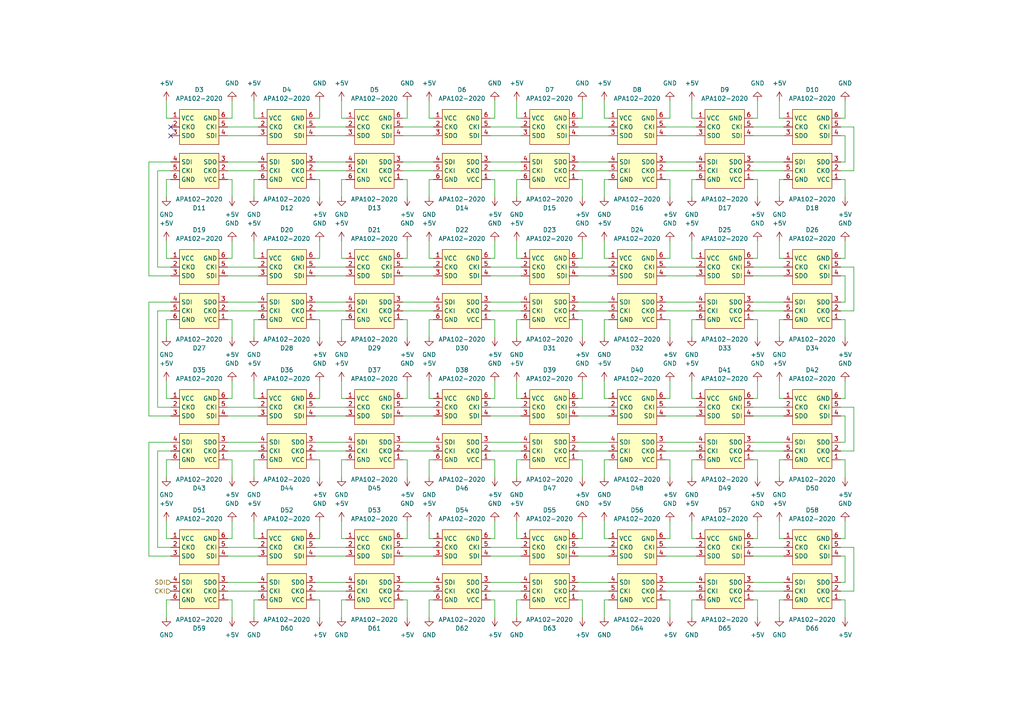
<source format=kicad_sch>
(kicad_sch (version 20211123) (generator eeschema)
  (paper "A4")
  (lib_symbols
    (symbol "APA102-2020_1"
      (property "Reference" "D" (at 0 6.35 0))
      (property "Value" "APA102-2020_1" (at 0 -6.35 0))
      (symbol "APA102-2020_1_0_0"
        (pin unspecified line (at -8.89 2.54 0) (length 2.54) (name "VCC") (number "1"))
        (pin unspecified line (at -8.89 0 0) (length 2.54) (name "CKO") (number "2"))
        (pin unspecified line (at -8.89 -2.54 0) (length 2.54) (name "SDO") (number "3"))
        (pin unspecified line (at 7.62 -2.54 180) (length 2.54) (name "SDI") (number "4"))
        (pin unspecified line (at 7.62 0 180) (length 2.54) (name "CKI") (number "5"))
        (pin unspecified line (at 7.62 2.54 180) (length 2.54) (name "GND") (number "6"))
      )
    )
    (symbol "APA102-2020_10"
      (property "Reference" "D" (at 0 6.35 0))
      (property "Value" "APA102-2020_10" (at 0 -6.35 0))
      (symbol "APA102-2020_10_0_0"
        (pin unspecified line (at -8.89 2.54 0) (length 2.54) (name "VCC") (number "1"))
        (pin unspecified line (at -8.89 0 0) (length 2.54) (name "CKO") (number "2"))
        (pin unspecified line (at -8.89 -2.54 0) (length 2.54) (name "SDO") (number "3"))
        (pin unspecified line (at 7.62 -2.54 180) (length 2.54) (name "SDI") (number "4"))
        (pin unspecified line (at 7.62 0 180) (length 2.54) (name "CKI") (number "5"))
        (pin unspecified line (at 7.62 2.54 180) (length 2.54) (name "GND") (number "6"))
      )
    )
    (symbol "APA102-2020_11"
      (property "Reference" "D" (at 0 6.35 0))
      (property "Value" "APA102-2020_11" (at 0 -6.35 0))
      (symbol "APA102-2020_11_0_0"
        (pin unspecified line (at -8.89 2.54 0) (length 2.54) (name "VCC") (number "1"))
        (pin unspecified line (at -8.89 0 0) (length 2.54) (name "CKO") (number "2"))
        (pin unspecified line (at -8.89 -2.54 0) (length 2.54) (name "SDO") (number "3"))
        (pin unspecified line (at 7.62 -2.54 180) (length 2.54) (name "SDI") (number "4"))
        (pin unspecified line (at 7.62 0 180) (length 2.54) (name "CKI") (number "5"))
        (pin unspecified line (at 7.62 2.54 180) (length 2.54) (name "GND") (number "6"))
      )
    )
    (symbol "APA102-2020_12"
      (property "Reference" "D" (at 0 6.35 0))
      (property "Value" "APA102-2020_12" (at 0 -6.35 0))
      (symbol "APA102-2020_12_0_0"
        (pin unspecified line (at -8.89 2.54 0) (length 2.54) (name "VCC") (number "1"))
        (pin unspecified line (at -8.89 0 0) (length 2.54) (name "CKO") (number "2"))
        (pin unspecified line (at -8.89 -2.54 0) (length 2.54) (name "SDO") (number "3"))
        (pin unspecified line (at 7.62 -2.54 180) (length 2.54) (name "SDI") (number "4"))
        (pin unspecified line (at 7.62 0 180) (length 2.54) (name "CKI") (number "5"))
        (pin unspecified line (at 7.62 2.54 180) (length 2.54) (name "GND") (number "6"))
      )
    )
    (symbol "APA102-2020_13"
      (property "Reference" "D" (at 0 6.35 0))
      (property "Value" "APA102-2020_13" (at 0 -6.35 0))
      (symbol "APA102-2020_13_0_0"
        (pin unspecified line (at -8.89 2.54 0) (length 2.54) (name "VCC") (number "1"))
        (pin unspecified line (at -8.89 0 0) (length 2.54) (name "CKO") (number "2"))
        (pin unspecified line (at -8.89 -2.54 0) (length 2.54) (name "SDO") (number "3"))
        (pin unspecified line (at 7.62 -2.54 180) (length 2.54) (name "SDI") (number "4"))
        (pin unspecified line (at 7.62 0 180) (length 2.54) (name "CKI") (number "5"))
        (pin unspecified line (at 7.62 2.54 180) (length 2.54) (name "GND") (number "6"))
      )
    )
    (symbol "APA102-2020_14"
      (property "Reference" "D" (at 0 6.35 0))
      (property "Value" "APA102-2020_14" (at 0 -6.35 0))
      (symbol "APA102-2020_14_0_0"
        (pin unspecified line (at -8.89 2.54 0) (length 2.54) (name "VCC") (number "1"))
        (pin unspecified line (at -8.89 0 0) (length 2.54) (name "CKO") (number "2"))
        (pin unspecified line (at -8.89 -2.54 0) (length 2.54) (name "SDO") (number "3"))
        (pin unspecified line (at 7.62 -2.54 180) (length 2.54) (name "SDI") (number "4"))
        (pin unspecified line (at 7.62 0 180) (length 2.54) (name "CKI") (number "5"))
        (pin unspecified line (at 7.62 2.54 180) (length 2.54) (name "GND") (number "6"))
      )
    )
    (symbol "APA102-2020_15"
      (property "Reference" "D" (at 0 6.35 0))
      (property "Value" "APA102-2020_15" (at 0 -6.35 0))
      (symbol "APA102-2020_15_0_0"
        (pin unspecified line (at -8.89 2.54 0) (length 2.54) (name "VCC") (number "1"))
        (pin unspecified line (at -8.89 0 0) (length 2.54) (name "CKO") (number "2"))
        (pin unspecified line (at -8.89 -2.54 0) (length 2.54) (name "SDO") (number "3"))
        (pin unspecified line (at 7.62 -2.54 180) (length 2.54) (name "SDI") (number "4"))
        (pin unspecified line (at 7.62 0 180) (length 2.54) (name "CKI") (number "5"))
        (pin unspecified line (at 7.62 2.54 180) (length 2.54) (name "GND") (number "6"))
      )
    )
    (symbol "APA102-2020_16"
      (property "Reference" "D" (at 0 6.35 0))
      (property "Value" "APA102-2020_16" (at 0 -6.35 0))
      (symbol "APA102-2020_16_0_0"
        (pin unspecified line (at -8.89 2.54 0) (length 2.54) (name "VCC") (number "1"))
        (pin unspecified line (at -8.89 0 0) (length 2.54) (name "CKO") (number "2"))
        (pin unspecified line (at -8.89 -2.54 0) (length 2.54) (name "SDO") (number "3"))
        (pin unspecified line (at 7.62 -2.54 180) (length 2.54) (name "SDI") (number "4"))
        (pin unspecified line (at 7.62 0 180) (length 2.54) (name "CKI") (number "5"))
        (pin unspecified line (at 7.62 2.54 180) (length 2.54) (name "GND") (number "6"))
      )
    )
    (symbol "APA102-2020_17"
      (property "Reference" "D" (at 0 6.35 0))
      (property "Value" "APA102-2020_17" (at 0 -6.35 0))
      (symbol "APA102-2020_17_0_0"
        (pin unspecified line (at -8.89 2.54 0) (length 2.54) (name "VCC") (number "1"))
        (pin unspecified line (at -8.89 0 0) (length 2.54) (name "CKO") (number "2"))
        (pin unspecified line (at -8.89 -2.54 0) (length 2.54) (name "SDO") (number "3"))
        (pin unspecified line (at 7.62 -2.54 180) (length 2.54) (name "SDI") (number "4"))
        (pin unspecified line (at 7.62 0 180) (length 2.54) (name "CKI") (number "5"))
        (pin unspecified line (at 7.62 2.54 180) (length 2.54) (name "GND") (number "6"))
      )
    )
    (symbol "APA102-2020_18"
      (property "Reference" "D" (at 0 6.35 0))
      (property "Value" "APA102-2020_18" (at 0 -6.35 0))
      (symbol "APA102-2020_18_0_0"
        (pin unspecified line (at -8.89 2.54 0) (length 2.54) (name "VCC") (number "1"))
        (pin unspecified line (at -8.89 0 0) (length 2.54) (name "CKO") (number "2"))
        (pin unspecified line (at -8.89 -2.54 0) (length 2.54) (name "SDO") (number "3"))
        (pin unspecified line (at 7.62 -2.54 180) (length 2.54) (name "SDI") (number "4"))
        (pin unspecified line (at 7.62 0 180) (length 2.54) (name "CKI") (number "5"))
        (pin unspecified line (at 7.62 2.54 180) (length 2.54) (name "GND") (number "6"))
      )
    )
    (symbol "APA102-2020_19"
      (property "Reference" "D" (at 0 6.35 0))
      (property "Value" "APA102-2020_19" (at 0 -6.35 0))
      (symbol "APA102-2020_19_0_0"
        (pin unspecified line (at -8.89 2.54 0) (length 2.54) (name "VCC") (number "1"))
        (pin unspecified line (at -8.89 0 0) (length 2.54) (name "CKO") (number "2"))
        (pin unspecified line (at -8.89 -2.54 0) (length 2.54) (name "SDO") (number "3"))
        (pin unspecified line (at 7.62 -2.54 180) (length 2.54) (name "SDI") (number "4"))
        (pin unspecified line (at 7.62 0 180) (length 2.54) (name "CKI") (number "5"))
        (pin unspecified line (at 7.62 2.54 180) (length 2.54) (name "GND") (number "6"))
      )
    )
    (symbol "APA102-2020_2"
      (property "Reference" "D" (at 0 6.35 0))
      (property "Value" "APA102-2020_2" (at 0 -6.35 0))
      (symbol "APA102-2020_2_0_0"
        (pin unspecified line (at -8.89 2.54 0) (length 2.54) (name "VCC") (number "1"))
        (pin unspecified line (at -8.89 0 0) (length 2.54) (name "CKO") (number "2"))
        (pin unspecified line (at -8.89 -2.54 0) (length 2.54) (name "SDO") (number "3"))
        (pin unspecified line (at 7.62 -2.54 180) (length 2.54) (name "SDI") (number "4"))
        (pin unspecified line (at 7.62 0 180) (length 2.54) (name "CKI") (number "5"))
        (pin unspecified line (at 7.62 2.54 180) (length 2.54) (name "GND") (number "6"))
      )
    )
    (symbol "APA102-2020_20"
      (property "Reference" "D" (at 0 6.35 0))
      (property "Value" "APA102-2020_20" (at 0 -6.35 0))
      (symbol "APA102-2020_20_0_0"
        (pin unspecified line (at -8.89 2.54 0) (length 2.54) (name "VCC") (number "1"))
        (pin unspecified line (at -8.89 0 0) (length 2.54) (name "CKO") (number "2"))
        (pin unspecified line (at -8.89 -2.54 0) (length 2.54) (name "SDO") (number "3"))
        (pin unspecified line (at 7.62 -2.54 180) (length 2.54) (name "SDI") (number "4"))
        (pin unspecified line (at 7.62 0 180) (length 2.54) (name "CKI") (number "5"))
        (pin unspecified line (at 7.62 2.54 180) (length 2.54) (name "GND") (number "6"))
      )
    )
    (symbol "APA102-2020_21"
      (property "Reference" "D" (at 0 6.35 0))
      (property "Value" "APA102-2020_21" (at 0 -6.35 0))
      (symbol "APA102-2020_21_0_0"
        (pin unspecified line (at -8.89 2.54 0) (length 2.54) (name "VCC") (number "1"))
        (pin unspecified line (at -8.89 0 0) (length 2.54) (name "CKO") (number "2"))
        (pin unspecified line (at -8.89 -2.54 0) (length 2.54) (name "SDO") (number "3"))
        (pin unspecified line (at 7.62 -2.54 180) (length 2.54) (name "SDI") (number "4"))
        (pin unspecified line (at 7.62 0 180) (length 2.54) (name "CKI") (number "5"))
        (pin unspecified line (at 7.62 2.54 180) (length 2.54) (name "GND") (number "6"))
      )
    )
    (symbol "APA102-2020_22"
      (property "Reference" "D" (at 0 6.35 0))
      (property "Value" "APA102-2020_22" (at 0 -6.35 0))
      (symbol "APA102-2020_22_0_0"
        (pin unspecified line (at -8.89 2.54 0) (length 2.54) (name "VCC") (number "1"))
        (pin unspecified line (at -8.89 0 0) (length 2.54) (name "CKO") (number "2"))
        (pin unspecified line (at -8.89 -2.54 0) (length 2.54) (name "SDO") (number "3"))
        (pin unspecified line (at 7.62 -2.54 180) (length 2.54) (name "SDI") (number "4"))
        (pin unspecified line (at 7.62 0 180) (length 2.54) (name "CKI") (number "5"))
        (pin unspecified line (at 7.62 2.54 180) (length 2.54) (name "GND") (number "6"))
      )
    )
    (symbol "APA102-2020_23"
      (property "Reference" "D" (at 0 6.35 0))
      (property "Value" "APA102-2020_23" (at 0 -6.35 0))
      (symbol "APA102-2020_23_0_0"
        (pin unspecified line (at -8.89 2.54 0) (length 2.54) (name "VCC") (number "1"))
        (pin unspecified line (at -8.89 0 0) (length 2.54) (name "CKO") (number "2"))
        (pin unspecified line (at -8.89 -2.54 0) (length 2.54) (name "SDO") (number "3"))
        (pin unspecified line (at 7.62 -2.54 180) (length 2.54) (name "SDI") (number "4"))
        (pin unspecified line (at 7.62 0 180) (length 2.54) (name "CKI") (number "5"))
        (pin unspecified line (at 7.62 2.54 180) (length 2.54) (name "GND") (number "6"))
      )
    )
    (symbol "APA102-2020_24"
      (property "Reference" "D" (at 0 6.35 0))
      (property "Value" "APA102-2020_24" (at 0 -6.35 0))
      (symbol "APA102-2020_24_0_0"
        (pin unspecified line (at -8.89 2.54 0) (length 2.54) (name "VCC") (number "1"))
        (pin unspecified line (at -8.89 0 0) (length 2.54) (name "CKO") (number "2"))
        (pin unspecified line (at -8.89 -2.54 0) (length 2.54) (name "SDO") (number "3"))
        (pin unspecified line (at 7.62 -2.54 180) (length 2.54) (name "SDI") (number "4"))
        (pin unspecified line (at 7.62 0 180) (length 2.54) (name "CKI") (number "5"))
        (pin unspecified line (at 7.62 2.54 180) (length 2.54) (name "GND") (number "6"))
      )
    )
    (symbol "APA102-2020_25"
      (property "Reference" "D" (at 0 6.35 0))
      (property "Value" "APA102-2020_25" (at 0 -6.35 0))
      (symbol "APA102-2020_25_0_0"
        (pin unspecified line (at -8.89 2.54 0) (length 2.54) (name "VCC") (number "1"))
        (pin unspecified line (at -8.89 0 0) (length 2.54) (name "CKO") (number "2"))
        (pin unspecified line (at -8.89 -2.54 0) (length 2.54) (name "SDO") (number "3"))
        (pin unspecified line (at 7.62 -2.54 180) (length 2.54) (name "SDI") (number "4"))
        (pin unspecified line (at 7.62 0 180) (length 2.54) (name "CKI") (number "5"))
        (pin unspecified line (at 7.62 2.54 180) (length 2.54) (name "GND") (number "6"))
      )
    )
    (symbol "APA102-2020_26"
      (property "Reference" "D" (at 0 6.35 0))
      (property "Value" "APA102-2020_26" (at 0 -6.35 0))
      (symbol "APA102-2020_26_0_0"
        (pin unspecified line (at -8.89 2.54 0) (length 2.54) (name "VCC") (number "1"))
        (pin unspecified line (at -8.89 0 0) (length 2.54) (name "CKO") (number "2"))
        (pin unspecified line (at -8.89 -2.54 0) (length 2.54) (name "SDO") (number "3"))
        (pin unspecified line (at 7.62 -2.54 180) (length 2.54) (name "SDI") (number "4"))
        (pin unspecified line (at 7.62 0 180) (length 2.54) (name "CKI") (number "5"))
        (pin unspecified line (at 7.62 2.54 180) (length 2.54) (name "GND") (number "6"))
      )
    )
    (symbol "APA102-2020_27"
      (property "Reference" "D" (at 0 6.35 0))
      (property "Value" "APA102-2020_27" (at 0 -6.35 0))
      (symbol "APA102-2020_27_0_0"
        (pin unspecified line (at -8.89 2.54 0) (length 2.54) (name "VCC") (number "1"))
        (pin unspecified line (at -8.89 0 0) (length 2.54) (name "CKO") (number "2"))
        (pin unspecified line (at -8.89 -2.54 0) (length 2.54) (name "SDO") (number "3"))
        (pin unspecified line (at 7.62 -2.54 180) (length 2.54) (name "SDI") (number "4"))
        (pin unspecified line (at 7.62 0 180) (length 2.54) (name "CKI") (number "5"))
        (pin unspecified line (at 7.62 2.54 180) (length 2.54) (name "GND") (number "6"))
      )
    )
    (symbol "APA102-2020_28"
      (property "Reference" "D" (at 0 6.35 0))
      (property "Value" "APA102-2020_28" (at 0 -6.35 0))
      (symbol "APA102-2020_28_0_0"
        (pin unspecified line (at -8.89 2.54 0) (length 2.54) (name "VCC") (number "1"))
        (pin unspecified line (at -8.89 0 0) (length 2.54) (name "CKO") (number "2"))
        (pin unspecified line (at -8.89 -2.54 0) (length 2.54) (name "SDO") (number "3"))
        (pin unspecified line (at 7.62 -2.54 180) (length 2.54) (name "SDI") (number "4"))
        (pin unspecified line (at 7.62 0 180) (length 2.54) (name "CKI") (number "5"))
        (pin unspecified line (at 7.62 2.54 180) (length 2.54) (name "GND") (number "6"))
      )
    )
    (symbol "APA102-2020_29"
      (property "Reference" "D" (at 0 6.35 0))
      (property "Value" "APA102-2020_29" (at 0 -6.35 0))
      (symbol "APA102-2020_29_0_0"
        (pin unspecified line (at -8.89 2.54 0) (length 2.54) (name "VCC") (number "1"))
        (pin unspecified line (at -8.89 0 0) (length 2.54) (name "CKO") (number "2"))
        (pin unspecified line (at -8.89 -2.54 0) (length 2.54) (name "SDO") (number "3"))
        (pin unspecified line (at 7.62 -2.54 180) (length 2.54) (name "SDI") (number "4"))
        (pin unspecified line (at 7.62 0 180) (length 2.54) (name "CKI") (number "5"))
        (pin unspecified line (at 7.62 2.54 180) (length 2.54) (name "GND") (number "6"))
      )
    )
    (symbol "APA102-2020_3"
      (property "Reference" "D" (at 0 6.35 0))
      (property "Value" "APA102-2020_3" (at 0 -6.35 0))
      (symbol "APA102-2020_3_0_0"
        (pin unspecified line (at -8.89 2.54 0) (length 2.54) (name "VCC") (number "1"))
        (pin unspecified line (at -8.89 0 0) (length 2.54) (name "CKO") (number "2"))
        (pin unspecified line (at -8.89 -2.54 0) (length 2.54) (name "SDO") (number "3"))
        (pin unspecified line (at 7.62 -2.54 180) (length 2.54) (name "SDI") (number "4"))
        (pin unspecified line (at 7.62 0 180) (length 2.54) (name "CKI") (number "5"))
        (pin unspecified line (at 7.62 2.54 180) (length 2.54) (name "GND") (number "6"))
      )
    )
    (symbol "APA102-2020_30"
      (property "Reference" "D" (at 0 6.35 0))
      (property "Value" "APA102-2020_30" (at 0 -6.35 0))
      (symbol "APA102-2020_30_0_0"
        (pin unspecified line (at -8.89 2.54 0) (length 2.54) (name "VCC") (number "1"))
        (pin unspecified line (at -8.89 0 0) (length 2.54) (name "CKO") (number "2"))
        (pin unspecified line (at -8.89 -2.54 0) (length 2.54) (name "SDO") (number "3"))
        (pin unspecified line (at 7.62 -2.54 180) (length 2.54) (name "SDI") (number "4"))
        (pin unspecified line (at 7.62 0 180) (length 2.54) (name "CKI") (number "5"))
        (pin unspecified line (at 7.62 2.54 180) (length 2.54) (name "GND") (number "6"))
      )
    )
    (symbol "APA102-2020_31"
      (property "Reference" "D" (at 0 6.35 0))
      (property "Value" "APA102-2020_31" (at 0 -6.35 0))
      (symbol "APA102-2020_31_0_0"
        (pin unspecified line (at -8.89 2.54 0) (length 2.54) (name "VCC") (number "1"))
        (pin unspecified line (at -8.89 0 0) (length 2.54) (name "CKO") (number "2"))
        (pin unspecified line (at -8.89 -2.54 0) (length 2.54) (name "SDO") (number "3"))
        (pin unspecified line (at 7.62 -2.54 180) (length 2.54) (name "SDI") (number "4"))
        (pin unspecified line (at 7.62 0 180) (length 2.54) (name "CKI") (number "5"))
        (pin unspecified line (at 7.62 2.54 180) (length 2.54) (name "GND") (number "6"))
      )
    )
    (symbol "APA102-2020_32"
      (property "Reference" "D" (at 0 6.35 0))
      (property "Value" "APA102-2020_32" (at 0 -6.35 0))
      (symbol "APA102-2020_32_0_0"
        (pin unspecified line (at -8.89 2.54 0) (length 2.54) (name "VCC") (number "1"))
        (pin unspecified line (at -8.89 0 0) (length 2.54) (name "CKO") (number "2"))
        (pin unspecified line (at -8.89 -2.54 0) (length 2.54) (name "SDO") (number "3"))
        (pin unspecified line (at 7.62 -2.54 180) (length 2.54) (name "SDI") (number "4"))
        (pin unspecified line (at 7.62 0 180) (length 2.54) (name "CKI") (number "5"))
        (pin unspecified line (at 7.62 2.54 180) (length 2.54) (name "GND") (number "6"))
      )
    )
    (symbol "APA102-2020_33"
      (property "Reference" "D" (at 0 6.35 0))
      (property "Value" "APA102-2020_33" (at 0 -6.35 0))
      (symbol "APA102-2020_33_0_0"
        (pin unspecified line (at -8.89 2.54 0) (length 2.54) (name "VCC") (number "1"))
        (pin unspecified line (at -8.89 0 0) (length 2.54) (name "CKO") (number "2"))
        (pin unspecified line (at -8.89 -2.54 0) (length 2.54) (name "SDO") (number "3"))
        (pin unspecified line (at 7.62 -2.54 180) (length 2.54) (name "SDI") (number "4"))
        (pin unspecified line (at 7.62 0 180) (length 2.54) (name "CKI") (number "5"))
        (pin unspecified line (at 7.62 2.54 180) (length 2.54) (name "GND") (number "6"))
      )
    )
    (symbol "APA102-2020_34"
      (property "Reference" "D" (at 0 6.35 0))
      (property "Value" "APA102-2020_34" (at 0 -6.35 0))
      (symbol "APA102-2020_34_0_0"
        (pin unspecified line (at -8.89 2.54 0) (length 2.54) (name "VCC") (number "1"))
        (pin unspecified line (at -8.89 0 0) (length 2.54) (name "CKO") (number "2"))
        (pin unspecified line (at -8.89 -2.54 0) (length 2.54) (name "SDO") (number "3"))
        (pin unspecified line (at 7.62 -2.54 180) (length 2.54) (name "SDI") (number "4"))
        (pin unspecified line (at 7.62 0 180) (length 2.54) (name "CKI") (number "5"))
        (pin unspecified line (at 7.62 2.54 180) (length 2.54) (name "GND") (number "6"))
      )
    )
    (symbol "APA102-2020_35"
      (property "Reference" "D" (at 0 6.35 0))
      (property "Value" "APA102-2020_35" (at 0 -6.35 0))
      (symbol "APA102-2020_35_0_0"
        (pin unspecified line (at -8.89 2.54 0) (length 2.54) (name "VCC") (number "1"))
        (pin unspecified line (at -8.89 0 0) (length 2.54) (name "CKO") (number "2"))
        (pin unspecified line (at -8.89 -2.54 0) (length 2.54) (name "SDO") (number "3"))
        (pin unspecified line (at 7.62 -2.54 180) (length 2.54) (name "SDI") (number "4"))
        (pin unspecified line (at 7.62 0 180) (length 2.54) (name "CKI") (number "5"))
        (pin unspecified line (at 7.62 2.54 180) (length 2.54) (name "GND") (number "6"))
      )
    )
    (symbol "APA102-2020_36"
      (property "Reference" "D" (at 0 6.35 0))
      (property "Value" "APA102-2020_36" (at 0 -6.35 0))
      (symbol "APA102-2020_36_0_0"
        (pin unspecified line (at -8.89 2.54 0) (length 2.54) (name "VCC") (number "1"))
        (pin unspecified line (at -8.89 0 0) (length 2.54) (name "CKO") (number "2"))
        (pin unspecified line (at -8.89 -2.54 0) (length 2.54) (name "SDO") (number "3"))
        (pin unspecified line (at 7.62 -2.54 180) (length 2.54) (name "SDI") (number "4"))
        (pin unspecified line (at 7.62 0 180) (length 2.54) (name "CKI") (number "5"))
        (pin unspecified line (at 7.62 2.54 180) (length 2.54) (name "GND") (number "6"))
      )
    )
    (symbol "APA102-2020_37"
      (property "Reference" "D" (at 0 6.35 0))
      (property "Value" "APA102-2020_37" (at 0 -6.35 0))
      (symbol "APA102-2020_37_0_0"
        (pin unspecified line (at -8.89 2.54 0) (length 2.54) (name "VCC") (number "1"))
        (pin unspecified line (at -8.89 0 0) (length 2.54) (name "CKO") (number "2"))
        (pin unspecified line (at -8.89 -2.54 0) (length 2.54) (name "SDO") (number "3"))
        (pin unspecified line (at 7.62 -2.54 180) (length 2.54) (name "SDI") (number "4"))
        (pin unspecified line (at 7.62 0 180) (length 2.54) (name "CKI") (number "5"))
        (pin unspecified line (at 7.62 2.54 180) (length 2.54) (name "GND") (number "6"))
      )
    )
    (symbol "APA102-2020_38"
      (property "Reference" "D" (at 0 6.35 0))
      (property "Value" "APA102-2020_38" (at 0 -6.35 0))
      (symbol "APA102-2020_38_0_0"
        (pin unspecified line (at -8.89 2.54 0) (length 2.54) (name "VCC") (number "1"))
        (pin unspecified line (at -8.89 0 0) (length 2.54) (name "CKO") (number "2"))
        (pin unspecified line (at -8.89 -2.54 0) (length 2.54) (name "SDO") (number "3"))
        (pin unspecified line (at 7.62 -2.54 180) (length 2.54) (name "SDI") (number "4"))
        (pin unspecified line (at 7.62 0 180) (length 2.54) (name "CKI") (number "5"))
        (pin unspecified line (at 7.62 2.54 180) (length 2.54) (name "GND") (number "6"))
      )
    )
    (symbol "APA102-2020_39"
      (property "Reference" "D" (at 0 6.35 0))
      (property "Value" "APA102-2020_39" (at 0 -6.35 0))
      (symbol "APA102-2020_39_0_0"
        (pin unspecified line (at -8.89 2.54 0) (length 2.54) (name "VCC") (number "1"))
        (pin unspecified line (at -8.89 0 0) (length 2.54) (name "CKO") (number "2"))
        (pin unspecified line (at -8.89 -2.54 0) (length 2.54) (name "SDO") (number "3"))
        (pin unspecified line (at 7.62 -2.54 180) (length 2.54) (name "SDI") (number "4"))
        (pin unspecified line (at 7.62 0 180) (length 2.54) (name "CKI") (number "5"))
        (pin unspecified line (at 7.62 2.54 180) (length 2.54) (name "GND") (number "6"))
      )
    )
    (symbol "APA102-2020_4"
      (property "Reference" "D" (at 0 6.35 0))
      (property "Value" "APA102-2020_4" (at 0 -6.35 0))
      (symbol "APA102-2020_4_0_0"
        (pin unspecified line (at -8.89 2.54 0) (length 2.54) (name "VCC") (number "1"))
        (pin unspecified line (at -8.89 0 0) (length 2.54) (name "CKO") (number "2"))
        (pin unspecified line (at -8.89 -2.54 0) (length 2.54) (name "SDO") (number "3"))
        (pin unspecified line (at 7.62 -2.54 180) (length 2.54) (name "SDI") (number "4"))
        (pin unspecified line (at 7.62 0 180) (length 2.54) (name "CKI") (number "5"))
        (pin unspecified line (at 7.62 2.54 180) (length 2.54) (name "GND") (number "6"))
      )
    )
    (symbol "APA102-2020_40"
      (property "Reference" "D" (at 0 6.35 0))
      (property "Value" "APA102-2020_40" (at 0 -6.35 0))
      (symbol "APA102-2020_40_0_0"
        (pin unspecified line (at -8.89 2.54 0) (length 2.54) (name "VCC") (number "1"))
        (pin unspecified line (at -8.89 0 0) (length 2.54) (name "CKO") (number "2"))
        (pin unspecified line (at -8.89 -2.54 0) (length 2.54) (name "SDO") (number "3"))
        (pin unspecified line (at 7.62 -2.54 180) (length 2.54) (name "SDI") (number "4"))
        (pin unspecified line (at 7.62 0 180) (length 2.54) (name "CKI") (number "5"))
        (pin unspecified line (at 7.62 2.54 180) (length 2.54) (name "GND") (number "6"))
      )
    )
    (symbol "APA102-2020_41"
      (property "Reference" "D" (at 0 6.35 0))
      (property "Value" "APA102-2020_41" (at 0 -6.35 0))
      (symbol "APA102-2020_41_0_0"
        (pin unspecified line (at -8.89 2.54 0) (length 2.54) (name "VCC") (number "1"))
        (pin unspecified line (at -8.89 0 0) (length 2.54) (name "CKO") (number "2"))
        (pin unspecified line (at -8.89 -2.54 0) (length 2.54) (name "SDO") (number "3"))
        (pin unspecified line (at 7.62 -2.54 180) (length 2.54) (name "SDI") (number "4"))
        (pin unspecified line (at 7.62 0 180) (length 2.54) (name "CKI") (number "5"))
        (pin unspecified line (at 7.62 2.54 180) (length 2.54) (name "GND") (number "6"))
      )
    )
    (symbol "APA102-2020_42"
      (property "Reference" "D" (at 0 6.35 0))
      (property "Value" "APA102-2020_42" (at 0 -6.35 0))
      (symbol "APA102-2020_42_0_0"
        (pin unspecified line (at -8.89 2.54 0) (length 2.54) (name "VCC") (number "1"))
        (pin unspecified line (at -8.89 0 0) (length 2.54) (name "CKO") (number "2"))
        (pin unspecified line (at -8.89 -2.54 0) (length 2.54) (name "SDO") (number "3"))
        (pin unspecified line (at 7.62 -2.54 180) (length 2.54) (name "SDI") (number "4"))
        (pin unspecified line (at 7.62 0 180) (length 2.54) (name "CKI") (number "5"))
        (pin unspecified line (at 7.62 2.54 180) (length 2.54) (name "GND") (number "6"))
      )
    )
    (symbol "APA102-2020_43"
      (property "Reference" "D" (at 0 6.35 0))
      (property "Value" "APA102-2020_43" (at 0 -6.35 0))
      (symbol "APA102-2020_43_0_0"
        (pin unspecified line (at -8.89 2.54 0) (length 2.54) (name "VCC") (number "1"))
        (pin unspecified line (at -8.89 0 0) (length 2.54) (name "CKO") (number "2"))
        (pin unspecified line (at -8.89 -2.54 0) (length 2.54) (name "SDO") (number "3"))
        (pin unspecified line (at 7.62 -2.54 180) (length 2.54) (name "SDI") (number "4"))
        (pin unspecified line (at 7.62 0 180) (length 2.54) (name "CKI") (number "5"))
        (pin unspecified line (at 7.62 2.54 180) (length 2.54) (name "GND") (number "6"))
      )
    )
    (symbol "APA102-2020_44"
      (property "Reference" "D" (at 0 6.35 0))
      (property "Value" "APA102-2020_44" (at 0 -6.35 0))
      (symbol "APA102-2020_44_0_0"
        (pin unspecified line (at -8.89 2.54 0) (length 2.54) (name "VCC") (number "1"))
        (pin unspecified line (at -8.89 0 0) (length 2.54) (name "CKO") (number "2"))
        (pin unspecified line (at -8.89 -2.54 0) (length 2.54) (name "SDO") (number "3"))
        (pin unspecified line (at 7.62 -2.54 180) (length 2.54) (name "SDI") (number "4"))
        (pin unspecified line (at 7.62 0 180) (length 2.54) (name "CKI") (number "5"))
        (pin unspecified line (at 7.62 2.54 180) (length 2.54) (name "GND") (number "6"))
      )
    )
    (symbol "APA102-2020_45"
      (property "Reference" "D" (at 0 6.35 0))
      (property "Value" "APA102-2020_45" (at 0 -6.35 0))
      (symbol "APA102-2020_45_0_0"
        (pin unspecified line (at -8.89 2.54 0) (length 2.54) (name "VCC") (number "1"))
        (pin unspecified line (at -8.89 0 0) (length 2.54) (name "CKO") (number "2"))
        (pin unspecified line (at -8.89 -2.54 0) (length 2.54) (name "SDO") (number "3"))
        (pin unspecified line (at 7.62 -2.54 180) (length 2.54) (name "SDI") (number "4"))
        (pin unspecified line (at 7.62 0 180) (length 2.54) (name "CKI") (number "5"))
        (pin unspecified line (at 7.62 2.54 180) (length 2.54) (name "GND") (number "6"))
      )
    )
    (symbol "APA102-2020_46"
      (property "Reference" "D" (at 0 6.35 0))
      (property "Value" "APA102-2020_46" (at 0 -6.35 0))
      (symbol "APA102-2020_46_0_0"
        (pin unspecified line (at -8.89 2.54 0) (length 2.54) (name "VCC") (number "1"))
        (pin unspecified line (at -8.89 0 0) (length 2.54) (name "CKO") (number "2"))
        (pin unspecified line (at -8.89 -2.54 0) (length 2.54) (name "SDO") (number "3"))
        (pin unspecified line (at 7.62 -2.54 180) (length 2.54) (name "SDI") (number "4"))
        (pin unspecified line (at 7.62 0 180) (length 2.54) (name "CKI") (number "5"))
        (pin unspecified line (at 7.62 2.54 180) (length 2.54) (name "GND") (number "6"))
      )
    )
    (symbol "APA102-2020_47"
      (property "Reference" "D" (at 0 6.35 0))
      (property "Value" "APA102-2020_47" (at 0 -6.35 0))
      (symbol "APA102-2020_47_0_0"
        (pin unspecified line (at -8.89 2.54 0) (length 2.54) (name "VCC") (number "1"))
        (pin unspecified line (at -8.89 0 0) (length 2.54) (name "CKO") (number "2"))
        (pin unspecified line (at -8.89 -2.54 0) (length 2.54) (name "SDO") (number "3"))
        (pin unspecified line (at 7.62 -2.54 180) (length 2.54) (name "SDI") (number "4"))
        (pin unspecified line (at 7.62 0 180) (length 2.54) (name "CKI") (number "5"))
        (pin unspecified line (at 7.62 2.54 180) (length 2.54) (name "GND") (number "6"))
      )
    )
    (symbol "APA102-2020_48"
      (property "Reference" "D" (at 0 6.35 0))
      (property "Value" "APA102-2020_48" (at 0 -6.35 0))
      (symbol "APA102-2020_48_0_0"
        (pin unspecified line (at -8.89 2.54 0) (length 2.54) (name "VCC") (number "1"))
        (pin unspecified line (at -8.89 0 0) (length 2.54) (name "CKO") (number "2"))
        (pin unspecified line (at -8.89 -2.54 0) (length 2.54) (name "SDO") (number "3"))
        (pin unspecified line (at 7.62 -2.54 180) (length 2.54) (name "SDI") (number "4"))
        (pin unspecified line (at 7.62 0 180) (length 2.54) (name "CKI") (number "5"))
        (pin unspecified line (at 7.62 2.54 180) (length 2.54) (name "GND") (number "6"))
      )
    )
    (symbol "APA102-2020_49"
      (property "Reference" "D" (at 0 6.35 0))
      (property "Value" "APA102-2020_49" (at 0 -6.35 0))
      (symbol "APA102-2020_49_0_0"
        (pin unspecified line (at -8.89 2.54 0) (length 2.54) (name "VCC") (number "1"))
        (pin unspecified line (at -8.89 0 0) (length 2.54) (name "CKO") (number "2"))
        (pin unspecified line (at -8.89 -2.54 0) (length 2.54) (name "SDO") (number "3"))
        (pin unspecified line (at 7.62 -2.54 180) (length 2.54) (name "SDI") (number "4"))
        (pin unspecified line (at 7.62 0 180) (length 2.54) (name "CKI") (number "5"))
        (pin unspecified line (at 7.62 2.54 180) (length 2.54) (name "GND") (number "6"))
      )
    )
    (symbol "APA102-2020_5"
      (property "Reference" "D" (at 0 6.35 0))
      (property "Value" "APA102-2020_5" (at 0 -6.35 0))
      (symbol "APA102-2020_5_0_0"
        (pin unspecified line (at -8.89 2.54 0) (length 2.54) (name "VCC") (number "1"))
        (pin unspecified line (at -8.89 0 0) (length 2.54) (name "CKO") (number "2"))
        (pin unspecified line (at -8.89 -2.54 0) (length 2.54) (name "SDO") (number "3"))
        (pin unspecified line (at 7.62 -2.54 180) (length 2.54) (name "SDI") (number "4"))
        (pin unspecified line (at 7.62 0 180) (length 2.54) (name "CKI") (number "5"))
        (pin unspecified line (at 7.62 2.54 180) (length 2.54) (name "GND") (number "6"))
      )
    )
    (symbol "APA102-2020_50"
      (property "Reference" "D" (at 0 6.35 0))
      (property "Value" "APA102-2020_50" (at 0 -6.35 0))
      (symbol "APA102-2020_50_0_0"
        (pin unspecified line (at -8.89 2.54 0) (length 2.54) (name "VCC") (number "1"))
        (pin unspecified line (at -8.89 0 0) (length 2.54) (name "CKO") (number "2"))
        (pin unspecified line (at -8.89 -2.54 0) (length 2.54) (name "SDO") (number "3"))
        (pin unspecified line (at 7.62 -2.54 180) (length 2.54) (name "SDI") (number "4"))
        (pin unspecified line (at 7.62 0 180) (length 2.54) (name "CKI") (number "5"))
        (pin unspecified line (at 7.62 2.54 180) (length 2.54) (name "GND") (number "6"))
      )
    )
    (symbol "APA102-2020_51"
      (property "Reference" "D" (at 0 6.35 0))
      (property "Value" "APA102-2020_51" (at 0 -6.35 0))
      (symbol "APA102-2020_51_0_0"
        (pin unspecified line (at -8.89 2.54 0) (length 2.54) (name "VCC") (number "1"))
        (pin unspecified line (at -8.89 0 0) (length 2.54) (name "CKO") (number "2"))
        (pin unspecified line (at -8.89 -2.54 0) (length 2.54) (name "SDO") (number "3"))
        (pin unspecified line (at 7.62 -2.54 180) (length 2.54) (name "SDI") (number "4"))
        (pin unspecified line (at 7.62 0 180) (length 2.54) (name "CKI") (number "5"))
        (pin unspecified line (at 7.62 2.54 180) (length 2.54) (name "GND") (number "6"))
      )
    )
    (symbol "APA102-2020_52"
      (property "Reference" "D" (at 0 6.35 0))
      (property "Value" "APA102-2020_52" (at 0 -6.35 0))
      (symbol "APA102-2020_52_0_0"
        (pin unspecified line (at -8.89 2.54 0) (length 2.54) (name "VCC") (number "1"))
        (pin unspecified line (at -8.89 0 0) (length 2.54) (name "CKO") (number "2"))
        (pin unspecified line (at -8.89 -2.54 0) (length 2.54) (name "SDO") (number "3"))
        (pin unspecified line (at 7.62 -2.54 180) (length 2.54) (name "SDI") (number "4"))
        (pin unspecified line (at 7.62 0 180) (length 2.54) (name "CKI") (number "5"))
        (pin unspecified line (at 7.62 2.54 180) (length 2.54) (name "GND") (number "6"))
      )
    )
    (symbol "APA102-2020_53"
      (property "Reference" "D" (at 0 6.35 0))
      (property "Value" "APA102-2020_53" (at 0 -6.35 0))
      (symbol "APA102-2020_53_0_0"
        (pin unspecified line (at -8.89 2.54 0) (length 2.54) (name "VCC") (number "1"))
        (pin unspecified line (at -8.89 0 0) (length 2.54) (name "CKO") (number "2"))
        (pin unspecified line (at -8.89 -2.54 0) (length 2.54) (name "SDO") (number "3"))
        (pin unspecified line (at 7.62 -2.54 180) (length 2.54) (name "SDI") (number "4"))
        (pin unspecified line (at 7.62 0 180) (length 2.54) (name "CKI") (number "5"))
        (pin unspecified line (at 7.62 2.54 180) (length 2.54) (name "GND") (number "6"))
      )
    )
    (symbol "APA102-2020_54"
      (property "Reference" "D" (at 0 6.35 0))
      (property "Value" "APA102-2020_54" (at 0 -6.35 0))
      (symbol "APA102-2020_54_0_0"
        (pin unspecified line (at -8.89 2.54 0) (length 2.54) (name "VCC") (number "1"))
        (pin unspecified line (at -8.89 0 0) (length 2.54) (name "CKO") (number "2"))
        (pin unspecified line (at -8.89 -2.54 0) (length 2.54) (name "SDO") (number "3"))
        (pin unspecified line (at 7.62 -2.54 180) (length 2.54) (name "SDI") (number "4"))
        (pin unspecified line (at 7.62 0 180) (length 2.54) (name "CKI") (number "5"))
        (pin unspecified line (at 7.62 2.54 180) (length 2.54) (name "GND") (number "6"))
      )
    )
    (symbol "APA102-2020_55"
      (property "Reference" "D" (at 0 6.35 0))
      (property "Value" "APA102-2020_55" (at 0 -6.35 0))
      (symbol "APA102-2020_55_0_0"
        (pin unspecified line (at -8.89 2.54 0) (length 2.54) (name "VCC") (number "1"))
        (pin unspecified line (at -8.89 0 0) (length 2.54) (name "CKO") (number "2"))
        (pin unspecified line (at -8.89 -2.54 0) (length 2.54) (name "SDO") (number "3"))
        (pin unspecified line (at 7.62 -2.54 180) (length 2.54) (name "SDI") (number "4"))
        (pin unspecified line (at 7.62 0 180) (length 2.54) (name "CKI") (number "5"))
        (pin unspecified line (at 7.62 2.54 180) (length 2.54) (name "GND") (number "6"))
      )
    )
    (symbol "APA102-2020_56"
      (property "Reference" "D" (at 0 6.35 0))
      (property "Value" "APA102-2020_56" (at 0 -6.35 0))
      (symbol "APA102-2020_56_0_0"
        (pin unspecified line (at -8.89 2.54 0) (length 2.54) (name "VCC") (number "1"))
        (pin unspecified line (at -8.89 0 0) (length 2.54) (name "CKO") (number "2"))
        (pin unspecified line (at -8.89 -2.54 0) (length 2.54) (name "SDO") (number "3"))
        (pin unspecified line (at 7.62 -2.54 180) (length 2.54) (name "SDI") (number "4"))
        (pin unspecified line (at 7.62 0 180) (length 2.54) (name "CKI") (number "5"))
        (pin unspecified line (at 7.62 2.54 180) (length 2.54) (name "GND") (number "6"))
      )
    )
    (symbol "APA102-2020_57"
      (property "Reference" "D" (at 0 6.35 0))
      (property "Value" "APA102-2020_57" (at 0 -6.35 0))
      (symbol "APA102-2020_57_0_0"
        (pin unspecified line (at -8.89 2.54 0) (length 2.54) (name "VCC") (number "1"))
        (pin unspecified line (at -8.89 0 0) (length 2.54) (name "CKO") (number "2"))
        (pin unspecified line (at -8.89 -2.54 0) (length 2.54) (name "SDO") (number "3"))
        (pin unspecified line (at 7.62 -2.54 180) (length 2.54) (name "SDI") (number "4"))
        (pin unspecified line (at 7.62 0 180) (length 2.54) (name "CKI") (number "5"))
        (pin unspecified line (at 7.62 2.54 180) (length 2.54) (name "GND") (number "6"))
      )
    )
    (symbol "APA102-2020_58"
      (property "Reference" "D" (at 0 6.35 0))
      (property "Value" "APA102-2020_58" (at 0 -6.35 0))
      (symbol "APA102-2020_58_0_0"
        (pin unspecified line (at -8.89 2.54 0) (length 2.54) (name "VCC") (number "1"))
        (pin unspecified line (at -8.89 0 0) (length 2.54) (name "CKO") (number "2"))
        (pin unspecified line (at -8.89 -2.54 0) (length 2.54) (name "SDO") (number "3"))
        (pin unspecified line (at 7.62 -2.54 180) (length 2.54) (name "SDI") (number "4"))
        (pin unspecified line (at 7.62 0 180) (length 2.54) (name "CKI") (number "5"))
        (pin unspecified line (at 7.62 2.54 180) (length 2.54) (name "GND") (number "6"))
      )
    )
    (symbol "APA102-2020_59"
      (property "Reference" "D" (at 0 6.35 0))
      (property "Value" "APA102-2020_59" (at 0 -6.35 0))
      (symbol "APA102-2020_59_0_0"
        (pin unspecified line (at -8.89 2.54 0) (length 2.54) (name "VCC") (number "1"))
        (pin unspecified line (at -8.89 0 0) (length 2.54) (name "CKO") (number "2"))
        (pin unspecified line (at -8.89 -2.54 0) (length 2.54) (name "SDO") (number "3"))
        (pin unspecified line (at 7.62 -2.54 180) (length 2.54) (name "SDI") (number "4"))
        (pin unspecified line (at 7.62 0 180) (length 2.54) (name "CKI") (number "5"))
        (pin unspecified line (at 7.62 2.54 180) (length 2.54) (name "GND") (number "6"))
      )
    )
    (symbol "APA102-2020_6"
      (property "Reference" "D" (at 0 6.35 0))
      (property "Value" "APA102-2020_6" (at 0 -6.35 0))
      (symbol "APA102-2020_6_0_0"
        (pin unspecified line (at -8.89 2.54 0) (length 2.54) (name "VCC") (number "1"))
        (pin unspecified line (at -8.89 0 0) (length 2.54) (name "CKO") (number "2"))
        (pin unspecified line (at -8.89 -2.54 0) (length 2.54) (name "SDO") (number "3"))
        (pin unspecified line (at 7.62 -2.54 180) (length 2.54) (name "SDI") (number "4"))
        (pin unspecified line (at 7.62 0 180) (length 2.54) (name "CKI") (number "5"))
        (pin unspecified line (at 7.62 2.54 180) (length 2.54) (name "GND") (number "6"))
      )
    )
    (symbol "APA102-2020_60"
      (property "Reference" "D" (at 0 6.35 0))
      (property "Value" "APA102-2020_60" (at 0 -6.35 0))
      (symbol "APA102-2020_60_0_0"
        (pin unspecified line (at -8.89 2.54 0) (length 2.54) (name "VCC") (number "1"))
        (pin unspecified line (at -8.89 0 0) (length 2.54) (name "CKO") (number "2"))
        (pin unspecified line (at -8.89 -2.54 0) (length 2.54) (name "SDO") (number "3"))
        (pin unspecified line (at 7.62 -2.54 180) (length 2.54) (name "SDI") (number "4"))
        (pin unspecified line (at 7.62 0 180) (length 2.54) (name "CKI") (number "5"))
        (pin unspecified line (at 7.62 2.54 180) (length 2.54) (name "GND") (number "6"))
      )
    )
    (symbol "APA102-2020_61"
      (property "Reference" "D" (at 0 6.35 0))
      (property "Value" "APA102-2020_61" (at 0 -6.35 0))
      (symbol "APA102-2020_61_0_0"
        (pin unspecified line (at -8.89 2.54 0) (length 2.54) (name "VCC") (number "1"))
        (pin unspecified line (at -8.89 0 0) (length 2.54) (name "CKO") (number "2"))
        (pin unspecified line (at -8.89 -2.54 0) (length 2.54) (name "SDO") (number "3"))
        (pin unspecified line (at 7.62 -2.54 180) (length 2.54) (name "SDI") (number "4"))
        (pin unspecified line (at 7.62 0 180) (length 2.54) (name "CKI") (number "5"))
        (pin unspecified line (at 7.62 2.54 180) (length 2.54) (name "GND") (number "6"))
      )
    )
    (symbol "APA102-2020_62"
      (property "Reference" "D" (at 0 6.35 0))
      (property "Value" "APA102-2020_62" (at 0 -6.35 0))
      (symbol "APA102-2020_62_0_0"
        (pin unspecified line (at -8.89 2.54 0) (length 2.54) (name "VCC") (number "1"))
        (pin unspecified line (at -8.89 0 0) (length 2.54) (name "CKO") (number "2"))
        (pin unspecified line (at -8.89 -2.54 0) (length 2.54) (name "SDO") (number "3"))
        (pin unspecified line (at 7.62 -2.54 180) (length 2.54) (name "SDI") (number "4"))
        (pin unspecified line (at 7.62 0 180) (length 2.54) (name "CKI") (number "5"))
        (pin unspecified line (at 7.62 2.54 180) (length 2.54) (name "GND") (number "6"))
      )
    )
    (symbol "APA102-2020_63"
      (property "Reference" "D" (at 0 6.35 0))
      (property "Value" "APA102-2020_63" (at 0 -6.35 0))
      (symbol "APA102-2020_63_0_0"
        (pin unspecified line (at -8.89 2.54 0) (length 2.54) (name "VCC") (number "1"))
        (pin unspecified line (at -8.89 0 0) (length 2.54) (name "CKO") (number "2"))
        (pin unspecified line (at -8.89 -2.54 0) (length 2.54) (name "SDO") (number "3"))
        (pin unspecified line (at 7.62 -2.54 180) (length 2.54) (name "SDI") (number "4"))
        (pin unspecified line (at 7.62 0 180) (length 2.54) (name "CKI") (number "5"))
        (pin unspecified line (at 7.62 2.54 180) (length 2.54) (name "GND") (number "6"))
      )
    )
    (symbol "APA102-2020_7"
      (property "Reference" "D" (at 0 6.35 0))
      (property "Value" "APA102-2020_7" (at 0 -6.35 0))
      (symbol "APA102-2020_7_0_0"
        (pin unspecified line (at -8.89 2.54 0) (length 2.54) (name "VCC") (number "1"))
        (pin unspecified line (at -8.89 0 0) (length 2.54) (name "CKO") (number "2"))
        (pin unspecified line (at -8.89 -2.54 0) (length 2.54) (name "SDO") (number "3"))
        (pin unspecified line (at 7.62 -2.54 180) (length 2.54) (name "SDI") (number "4"))
        (pin unspecified line (at 7.62 0 180) (length 2.54) (name "CKI") (number "5"))
        (pin unspecified line (at 7.62 2.54 180) (length 2.54) (name "GND") (number "6"))
      )
    )
    (symbol "APA102-2020_8"
      (property "Reference" "D" (at 0 6.35 0))
      (property "Value" "APA102-2020_8" (at 0 -6.35 0))
      (symbol "APA102-2020_8_0_0"
        (pin unspecified line (at -8.89 2.54 0) (length 2.54) (name "VCC") (number "1"))
        (pin unspecified line (at -8.89 0 0) (length 2.54) (name "CKO") (number "2"))
        (pin unspecified line (at -8.89 -2.54 0) (length 2.54) (name "SDO") (number "3"))
        (pin unspecified line (at 7.62 -2.54 180) (length 2.54) (name "SDI") (number "4"))
        (pin unspecified line (at 7.62 0 180) (length 2.54) (name "CKI") (number "5"))
        (pin unspecified line (at 7.62 2.54 180) (length 2.54) (name "GND") (number "6"))
      )
    )
    (symbol "APA102-2020_9"
      (property "Reference" "D" (at 0 6.35 0))
      (property "Value" "APA102-2020_9" (at 0 -6.35 0))
      (symbol "APA102-2020_9_0_0"
        (pin unspecified line (at -8.89 2.54 0) (length 2.54) (name "VCC") (number "1"))
        (pin unspecified line (at -8.89 0 0) (length 2.54) (name "CKO") (number "2"))
        (pin unspecified line (at -8.89 -2.54 0) (length 2.54) (name "SDO") (number "3"))
        (pin unspecified line (at 7.62 -2.54 180) (length 2.54) (name "SDI") (number "4"))
        (pin unspecified line (at 7.62 0 180) (length 2.54) (name "CKI") (number "5"))
        (pin unspecified line (at 7.62 2.54 180) (length 2.54) (name "GND") (number "6"))
      )
    )
    (symbol "dw-card:APA102-2020"
      (property "Reference" "D" (at 0 6.35 0))
      (property "Value" "APA102-2020" (at 0 -6.35 0))
      (symbol "APA102-2020_0_0"
        (pin unspecified line (at -8.89 2.54 0) (length 2.54) (name "VCC") (number "1"))
        (pin unspecified line (at -8.89 0 0) (length 2.54) (name "CKO") (number "2"))
        (pin unspecified line (at -8.89 -2.54 0) (length 2.54) (name "SDO") (number "3"))
        (pin unspecified line (at 7.62 -2.54 180) (length 2.54) (name "SDI") (number "4"))
        (pin unspecified line (at 7.62 0 180) (length 2.54) (name "CKI") (number "5"))
        (pin unspecified line (at 7.62 2.54 180) (length 2.54) (name "GND") (number "6"))
      )
    )
    (symbol "power:+5V" (power) (pin_names (offset 0))
      (property "Value" "+5V" (at 0 3.556 0))
      (symbol "+5V_1_1"
        (pin power_in line (at 0 0 90) (length 0) hide (name "+5V") (number "1"))
      )
    )
    (symbol "power:GND" (power) (pin_names (offset 0))
      (property "Value" "GND" (at 0 -3.81 0))
      (symbol "GND_1_1"
        (pin power_in line (at 0 0 270) (length 0) hide (name "GND") (number "1"))
      )
    )
  )
  (no_connect (at 49.53 39.37))
  (no_connect (at 49.53 36.83))
  (wire (pts (xy 116.84 118.11) (xy 125.73 118.11)))
  (wire (pts (xy 200.66 92.71) (xy 201.93 92.71)))
  (wire (pts (xy 118.11 133.35) (xy 116.84 133.35)))
  (wire (pts (xy 218.44 118.11) (xy 227.33 118.11)))
  (wire (pts (xy 201.93 49.53) (xy 193.04 49.53)))
  (wire (pts (xy 149.86 156.21) (xy 151.13 156.21)))
  (wire (pts (xy 48.26 151.13) (xy 48.26 156.21)))
  (wire (pts (xy 125.73 168.91) (xy 116.84 168.91)))
  (wire (pts (xy 92.71 92.71) (xy 91.44 92.71)))
  (wire (pts (xy 175.26 97.79) (xy 175.26 92.71)))
  (wire (pts (xy 193.04 36.83) (xy 201.93 36.83)))
  (wire (pts (xy 73.66 173.99) (xy 74.93 173.99)))
  (wire (pts (xy 67.31 173.99) (xy 66.04 173.99)))
  (wire (pts (xy 201.93 90.17) (xy 193.04 90.17)))
  (wire (pts (xy 49.53 128.27) (xy 43.18 128.27)))
  (wire (pts (xy 245.11 97.79) (xy 245.11 92.71)))
  (wire (pts (xy 116.84 158.75) (xy 125.73 158.75)))
  (wire (pts (xy 175.26 151.13) (xy 175.26 156.21)))
  (wire (pts (xy 116.84 161.29) (xy 125.73 161.29)))
  (wire (pts (xy 200.66 138.43) (xy 200.66 133.35)))
  (wire (pts (xy 194.31 133.35) (xy 193.04 133.35)))
  (wire (pts (xy 243.84 46.99) (xy 245.11 46.99)))
  (wire (pts (xy 194.31 115.57) (xy 193.04 115.57)))
  (wire (pts (xy 218.44 120.65) (xy 227.33 120.65)))
  (wire (pts (xy 201.93 130.81) (xy 193.04 130.81)))
  (wire (pts (xy 45.72 158.75) (xy 45.72 130.81)))
  (wire (pts (xy 149.86 52.07) (xy 151.13 52.07)))
  (wire (pts (xy 243.84 39.37) (xy 245.11 39.37)))
  (wire (pts (xy 168.91 173.99) (xy 167.64 173.99)))
  (wire (pts (xy 92.71 97.79) (xy 92.71 92.71)))
  (wire (pts (xy 74.93 49.53) (xy 66.04 49.53)))
  (wire (pts (xy 99.06 57.15) (xy 99.06 52.07)))
  (wire (pts (xy 151.13 171.45) (xy 142.24 171.45)))
  (wire (pts (xy 243.84 77.47) (xy 247.65 77.47)))
  (wire (pts (xy 218.44 171.45) (xy 227.33 171.45)))
  (wire (pts (xy 168.91 97.79) (xy 168.91 92.71)))
  (wire (pts (xy 226.06 115.57) (xy 227.33 115.57)))
  (wire (pts (xy 175.26 69.85) (xy 175.26 74.93)))
  (wire (pts (xy 116.84 39.37) (xy 125.73 39.37)))
  (wire (pts (xy 245.11 133.35) (xy 243.84 133.35)))
  (wire (pts (xy 99.06 173.99) (xy 100.33 173.99)))
  (wire (pts (xy 118.11 69.85) (xy 118.11 74.93)))
  (wire (pts (xy 149.86 69.85) (xy 149.86 74.93)))
  (wire (pts (xy 151.13 130.81) (xy 142.24 130.81)))
  (wire (pts (xy 73.66 156.21) (xy 74.93 156.21)))
  (wire (pts (xy 99.06 92.71) (xy 100.33 92.71)))
  (wire (pts (xy 168.91 34.29) (xy 167.64 34.29)))
  (wire (pts (xy 125.73 87.63) (xy 116.84 87.63)))
  (wire (pts (xy 48.26 179.07) (xy 48.26 173.99)))
  (wire (pts (xy 66.04 80.01) (xy 74.93 80.01)))
  (wire (pts (xy 194.31 110.49) (xy 194.31 115.57)))
  (wire (pts (xy 218.44 49.53) (xy 227.33 49.53)))
  (wire (pts (xy 168.91 110.49) (xy 168.91 115.57)))
  (wire (pts (xy 168.91 29.21) (xy 168.91 34.29)))
  (wire (pts (xy 176.53 171.45) (xy 167.64 171.45)))
  (wire (pts (xy 73.66 133.35) (xy 74.93 133.35)))
  (wire (pts (xy 200.66 29.21) (xy 200.66 34.29)))
  (wire (pts (xy 118.11 97.79) (xy 118.11 92.71)))
  (wire (pts (xy 48.26 97.79) (xy 48.26 92.71)))
  (wire (pts (xy 49.53 90.17) (xy 45.72 90.17)))
  (wire (pts (xy 201.93 87.63) (xy 193.04 87.63)))
  (wire (pts (xy 116.84 36.83) (xy 125.73 36.83)))
  (wire (pts (xy 143.51 97.79) (xy 143.51 92.71)))
  (wire (pts (xy 73.66 52.07) (xy 74.93 52.07)))
  (wire (pts (xy 194.31 57.15) (xy 194.31 52.07)))
  (wire (pts (xy 66.04 77.47) (xy 74.93 77.47)))
  (wire (pts (xy 219.71 69.85) (xy 219.71 74.93)))
  (wire (pts (xy 245.11 87.63) (xy 245.11 80.01)))
  (wire (pts (xy 226.06 92.71) (xy 227.33 92.71)))
  (wire (pts (xy 66.04 36.83) (xy 74.93 36.83)))
  (wire (pts (xy 74.93 171.45) (xy 66.04 171.45)))
  (wire (pts (xy 143.51 57.15) (xy 143.51 52.07)))
  (wire (pts (xy 100.33 168.91) (xy 91.44 168.91)))
  (wire (pts (xy 99.06 110.49) (xy 99.06 115.57)))
  (wire (pts (xy 247.65 90.17) (xy 243.84 90.17)))
  (wire (pts (xy 219.71 173.99) (xy 218.44 173.99)))
  (wire (pts (xy 175.26 34.29) (xy 176.53 34.29)))
  (wire (pts (xy 200.66 151.13) (xy 200.66 156.21)))
  (wire (pts (xy 176.53 128.27) (xy 167.64 128.27)))
  (wire (pts (xy 226.06 133.35) (xy 227.33 133.35)))
  (wire (pts (xy 124.46 97.79) (xy 124.46 92.71)))
  (wire (pts (xy 67.31 151.13) (xy 67.31 156.21)))
  (wire (pts (xy 149.86 74.93) (xy 151.13 74.93)))
  (wire (pts (xy 73.66 57.15) (xy 73.66 52.07)))
  (wire (pts (xy 48.26 115.57) (xy 49.53 115.57)))
  (wire (pts (xy 245.11 168.91) (xy 245.11 161.29)))
  (wire (pts (xy 125.73 90.17) (xy 116.84 90.17)))
  (wire (pts (xy 226.06 69.85) (xy 226.06 74.93)))
  (wire (pts (xy 92.71 57.15) (xy 92.71 52.07)))
  (wire (pts (xy 143.51 138.43) (xy 143.51 133.35)))
  (wire (pts (xy 247.65 49.53) (xy 243.84 49.53)))
  (wire (pts (xy 142.24 118.11) (xy 151.13 118.11)))
  (wire (pts (xy 92.71 179.07) (xy 92.71 173.99)))
  (wire (pts (xy 168.91 138.43) (xy 168.91 133.35)))
  (wire (pts (xy 124.46 133.35) (xy 125.73 133.35)))
  (wire (pts (xy 200.66 52.07) (xy 201.93 52.07)))
  (wire (pts (xy 124.46 74.93) (xy 125.73 74.93)))
  (wire (pts (xy 201.93 171.45) (xy 193.04 171.45)))
  (wire (pts (xy 67.31 179.07) (xy 67.31 173.99)))
  (wire (pts (xy 143.51 151.13) (xy 143.51 156.21)))
  (wire (pts (xy 118.11 92.71) (xy 116.84 92.71)))
  (wire (pts (xy 124.46 179.07) (xy 124.46 173.99)))
  (wire (pts (xy 175.26 29.21) (xy 175.26 34.29)))
  (wire (pts (xy 219.71 179.07) (xy 219.71 173.99)))
  (wire (pts (xy 99.06 138.43) (xy 99.06 133.35)))
  (wire (pts (xy 167.64 77.47) (xy 176.53 77.47)))
  (wire (pts (xy 176.53 87.63) (xy 167.64 87.63)))
  (wire (pts (xy 194.31 138.43) (xy 194.31 133.35)))
  (wire (pts (xy 193.04 158.75) (xy 201.93 158.75)))
  (wire (pts (xy 48.26 74.93) (xy 49.53 74.93)))
  (wire (pts (xy 45.72 49.53) (xy 49.53 49.53)))
  (wire (pts (xy 66.04 161.29) (xy 74.93 161.29)))
  (wire (pts (xy 142.24 39.37) (xy 151.13 39.37)))
  (wire (pts (xy 92.71 69.85) (xy 92.71 74.93)))
  (wire (pts (xy 245.11 34.29) (xy 243.84 34.29)))
  (wire (pts (xy 200.66 133.35) (xy 201.93 133.35)))
  (wire (pts (xy 194.31 97.79) (xy 194.31 92.71)))
  (wire (pts (xy 125.73 130.81) (xy 116.84 130.81)))
  (wire (pts (xy 167.64 36.83) (xy 176.53 36.83)))
  (wire (pts (xy 92.71 29.21) (xy 92.71 34.29)))
  (wire (pts (xy 67.31 97.79) (xy 67.31 92.71)))
  (wire (pts (xy 194.31 69.85) (xy 194.31 74.93)))
  (wire (pts (xy 92.71 74.93) (xy 91.44 74.93)))
  (wire (pts (xy 45.72 118.11) (xy 49.53 118.11)))
  (wire (pts (xy 201.93 168.91) (xy 193.04 168.91)))
  (wire (pts (xy 149.86 151.13) (xy 149.86 156.21)))
  (wire (pts (xy 67.31 133.35) (xy 66.04 133.35)))
  (wire (pts (xy 245.11 156.21) (xy 243.84 156.21)))
  (wire (pts (xy 219.71 115.57) (xy 218.44 115.57)))
  (wire (pts (xy 118.11 74.93) (xy 116.84 74.93)))
  (wire (pts (xy 175.26 156.21) (xy 176.53 156.21)))
  (wire (pts (xy 176.53 46.99) (xy 167.64 46.99)))
  (wire (pts (xy 48.26 138.43) (xy 48.26 133.35)))
  (wire (pts (xy 149.86 57.15) (xy 149.86 52.07)))
  (wire (pts (xy 99.06 156.21) (xy 100.33 156.21)))
  (wire (pts (xy 247.65 158.75) (xy 247.65 171.45)))
  (wire (pts (xy 124.46 156.21) (xy 125.73 156.21)))
  (wire (pts (xy 194.31 173.99) (xy 193.04 173.99)))
  (wire (pts (xy 48.26 156.21) (xy 49.53 156.21)))
  (wire (pts (xy 48.26 173.99) (xy 49.53 173.99)))
  (wire (pts (xy 218.44 36.83) (xy 227.33 36.83)))
  (wire (pts (xy 48.26 69.85) (xy 48.26 74.93)))
  (wire (pts (xy 226.06 57.15) (xy 226.06 52.07)))
  (wire (pts (xy 168.91 115.57) (xy 167.64 115.57)))
  (wire (pts (xy 124.46 57.15) (xy 124.46 52.07)))
  (wire (pts (xy 48.26 52.07) (xy 49.53 52.07)))
  (wire (pts (xy 118.11 34.29) (xy 116.84 34.29)))
  (wire (pts (xy 143.51 173.99) (xy 142.24 173.99)))
  (wire (pts (xy 142.24 158.75) (xy 151.13 158.75)))
  (wire (pts (xy 92.71 110.49) (xy 92.71 115.57)))
  (wire (pts (xy 149.86 133.35) (xy 151.13 133.35)))
  (wire (pts (xy 175.26 74.93) (xy 176.53 74.93)))
  (wire (pts (xy 143.51 179.07) (xy 143.51 173.99)))
  (wire (pts (xy 194.31 74.93) (xy 193.04 74.93)))
  (wire (pts (xy 194.31 52.07) (xy 193.04 52.07)))
  (wire (pts (xy 48.26 57.15) (xy 48.26 52.07)))
  (wire (pts (xy 245.11 151.13) (xy 245.11 156.21)))
  (wire (pts (xy 118.11 115.57) (xy 116.84 115.57)))
  (wire (pts (xy 193.04 80.01) (xy 201.93 80.01)))
  (wire (pts (xy 74.93 46.99) (xy 66.04 46.99)))
  (wire (pts (xy 149.86 110.49) (xy 149.86 115.57)))
  (wire (pts (xy 73.66 138.43) (xy 73.66 133.35)))
  (wire (pts (xy 125.73 46.99) (xy 116.84 46.99)))
  (wire (pts (xy 176.53 130.81) (xy 167.64 130.81)))
  (wire (pts (xy 118.11 151.13) (xy 118.11 156.21)))
  (wire (pts (xy 218.44 161.29) (xy 227.33 161.29)))
  (wire (pts (xy 194.31 34.29) (xy 193.04 34.29)))
  (wire (pts (xy 175.26 52.07) (xy 176.53 52.07)))
  (wire (pts (xy 73.66 151.13) (xy 73.66 156.21)))
  (wire (pts (xy 100.33 87.63) (xy 91.44 87.63)))
  (wire (pts (xy 226.06 156.21) (xy 227.33 156.21)))
  (wire (pts (xy 201.93 128.27) (xy 193.04 128.27)))
  (wire (pts (xy 100.33 128.27) (xy 91.44 128.27)))
  (wire (pts (xy 74.93 168.91) (xy 66.04 168.91)))
  (wire (pts (xy 143.51 133.35) (xy 142.24 133.35)))
  (wire (pts (xy 151.13 168.91) (xy 142.24 168.91)))
  (wire (pts (xy 143.51 69.85) (xy 143.51 74.93)))
  (wire (pts (xy 143.51 74.93) (xy 142.24 74.93)))
  (wire (pts (xy 118.11 110.49) (xy 118.11 115.57)))
  (wire (pts (xy 245.11 52.07) (xy 243.84 52.07)))
  (wire (pts (xy 118.11 156.21) (xy 116.84 156.21)))
  (wire (pts (xy 176.53 168.91) (xy 167.64 168.91)))
  (wire (pts (xy 243.84 161.29) (xy 245.11 161.29)))
  (wire (pts (xy 118.11 138.43) (xy 118.11 133.35)))
  (wire (pts (xy 99.06 115.57) (xy 100.33 115.57)))
  (wire (pts (xy 226.06 74.93) (xy 227.33 74.93)))
  (wire (pts (xy 193.04 77.47) (xy 201.93 77.47)))
  (wire (pts (xy 124.46 29.21) (xy 124.46 34.29)))
  (wire (pts (xy 218.44 87.63) (xy 227.33 87.63)))
  (wire (pts (xy 226.06 110.49) (xy 226.06 115.57)))
  (wire (pts (xy 168.91 74.93) (xy 167.64 74.93)))
  (wire (pts (xy 142.24 77.47) (xy 151.13 77.47)))
  (wire (pts (xy 74.93 90.17) (xy 66.04 90.17)))
  (wire (pts (xy 142.24 161.29) (xy 151.13 161.29)))
  (wire (pts (xy 243.84 120.65) (xy 245.11 120.65)))
  (wire (pts (xy 218.44 128.27) (xy 227.33 128.27)))
  (wire (pts (xy 245.11 179.07) (xy 245.11 173.99)))
  (wire (pts (xy 218.44 46.99) (xy 227.33 46.99)))
  (wire (pts (xy 168.91 133.35) (xy 167.64 133.35)))
  (wire (pts (xy 218.44 158.75) (xy 227.33 158.75)))
  (wire (pts (xy 175.26 57.15) (xy 175.26 52.07)))
  (wire (pts (xy 175.26 92.71) (xy 176.53 92.71)))
  (wire (pts (xy 118.11 52.07) (xy 116.84 52.07)))
  (wire (pts (xy 194.31 156.21) (xy 193.04 156.21)))
  (wire (pts (xy 48.26 133.35) (xy 49.53 133.35)))
  (wire (pts (xy 175.26 138.43) (xy 175.26 133.35)))
  (wire (pts (xy 243.84 158.75) (xy 247.65 158.75)))
  (wire (pts (xy 149.86 115.57) (xy 151.13 115.57)))
  (wire (pts (xy 92.71 138.43) (xy 92.71 133.35)))
  (wire (pts (xy 74.93 130.81) (xy 66.04 130.81)))
  (wire (pts (xy 125.73 49.53) (xy 116.84 49.53)))
  (wire (pts (xy 149.86 179.07) (xy 149.86 173.99)))
  (wire (pts (xy 118.11 29.21) (xy 118.11 34.29)))
  (wire (pts (xy 243.84 128.27) (xy 245.11 128.27)))
  (wire (pts (xy 193.04 161.29) (xy 201.93 161.29)))
  (wire (pts (xy 219.71 97.79) (xy 219.71 92.71)))
  (wire (pts (xy 219.71 57.15) (xy 219.71 52.07)))
  (wire (pts (xy 200.66 115.57) (xy 201.93 115.57)))
  (wire (pts (xy 67.31 29.21) (xy 67.31 34.29)))
  (wire (pts (xy 176.53 90.17) (xy 167.64 90.17)))
  (wire (pts (xy 91.44 77.47) (xy 100.33 77.47)))
  (wire (pts (xy 226.06 52.07) (xy 227.33 52.07)))
  (wire (pts (xy 245.11 173.99) (xy 243.84 173.99)))
  (wire (pts (xy 193.04 39.37) (xy 201.93 39.37)))
  (wire (pts (xy 200.66 110.49) (xy 200.66 115.57)))
  (wire (pts (xy 245.11 57.15) (xy 245.11 52.07)))
  (wire (pts (xy 66.04 118.11) (xy 74.93 118.11)))
  (wire (pts (xy 66.04 120.65) (xy 74.93 120.65)))
  (wire (pts (xy 49.53 120.65) (xy 43.18 120.65)))
  (wire (pts (xy 175.26 173.99) (xy 176.53 173.99)))
  (wire (pts (xy 245.11 115.57) (xy 243.84 115.57)))
  (wire (pts (xy 149.86 29.21) (xy 149.86 34.29)))
  (wire (pts (xy 245.11 138.43) (xy 245.11 133.35)))
  (wire (pts (xy 67.31 156.21) (xy 66.04 156.21)))
  (wire (pts (xy 45.72 130.81) (xy 49.53 130.81)))
  (wire (pts (xy 73.66 29.21) (xy 73.66 34.29)))
  (wire (pts (xy 100.33 49.53) (xy 91.44 49.53)))
  (wire (pts (xy 194.31 92.71) (xy 193.04 92.71)))
  (wire (pts (xy 67.31 69.85) (xy 67.31 74.93)))
  (wire (pts (xy 124.46 52.07) (xy 125.73 52.07)))
  (wire (pts (xy 149.86 97.79) (xy 149.86 92.71)))
  (wire (pts (xy 175.26 133.35) (xy 176.53 133.35)))
  (wire (pts (xy 193.04 120.65) (xy 201.93 120.65)))
  (wire (pts (xy 175.26 110.49) (xy 175.26 115.57)))
  (wire (pts (xy 247.65 130.81) (xy 243.84 130.81)))
  (wire (pts (xy 73.66 92.71) (xy 74.93 92.71)))
  (wire (pts (xy 243.84 118.11) (xy 247.65 118.11)))
  (wire (pts (xy 245.11 128.27) (xy 245.11 120.65)))
  (wire (pts (xy 124.46 110.49) (xy 124.46 115.57)))
  (wire (pts (xy 200.66 156.21) (xy 201.93 156.21)))
  (wire (pts (xy 116.84 120.65) (xy 125.73 120.65)))
  (wire (pts (xy 73.66 34.29) (xy 74.93 34.29)))
  (wire (pts (xy 243.84 80.01) (xy 245.11 80.01)))
  (wire (pts (xy 48.26 92.71) (xy 49.53 92.71)))
  (wire (pts (xy 118.11 57.15) (xy 118.11 52.07)))
  (wire (pts (xy 149.86 173.99) (xy 151.13 173.99)))
  (wire (pts (xy 118.11 179.07) (xy 118.11 173.99)))
  (wire (pts (xy 99.06 52.07) (xy 100.33 52.07)))
  (wire (pts (xy 91.44 161.29) (xy 100.33 161.29)))
  (wire (pts (xy 247.65 171.45) (xy 243.84 171.45)))
  (wire (pts (xy 245.11 74.93) (xy 243.84 74.93)))
  (wire (pts (xy 167.64 161.29) (xy 176.53 161.29)))
  (wire (pts (xy 124.46 138.43) (xy 124.46 133.35)))
  (wire (pts (xy 151.13 46.99) (xy 142.24 46.99)))
  (wire (pts (xy 67.31 138.43) (xy 67.31 133.35)))
  (wire (pts (xy 99.06 97.79) (xy 99.06 92.71)))
  (wire (pts (xy 92.71 52.07) (xy 91.44 52.07)))
  (wire (pts (xy 116.84 80.01) (xy 125.73 80.01)))
  (wire (pts (xy 176.53 49.53) (xy 167.64 49.53)))
  (wire (pts (xy 200.66 34.29) (xy 201.93 34.29)))
  (wire (pts (xy 143.51 156.21) (xy 142.24 156.21)))
  (wire (pts (xy 200.66 179.07) (xy 200.66 173.99)))
  (wire (pts (xy 219.71 52.07) (xy 218.44 52.07)))
  (wire (pts (xy 226.06 173.99) (xy 227.33 173.99)))
  (wire (pts (xy 200.66 97.79) (xy 200.66 92.71)))
  (wire (pts (xy 45.72 77.47) (xy 45.72 49.53)))
  (wire (pts (xy 73.66 115.57) (xy 74.93 115.57)))
  (wire (pts (xy 245.11 46.99) (xy 245.11 39.37)))
  (wire (pts (xy 91.44 120.65) (xy 100.33 120.65)))
  (wire (pts (xy 99.06 69.85) (xy 99.06 74.93)))
  (wire (pts (xy 143.51 115.57) (xy 142.24 115.57)))
  (wire (pts (xy 100.33 46.99) (xy 91.44 46.99)))
  (wire (pts (xy 91.44 80.01) (xy 100.33 80.01)))
  (wire (pts (xy 168.91 151.13) (xy 168.91 156.21)))
  (wire (pts (xy 142.24 120.65) (xy 151.13 120.65)))
  (wire (pts (xy 49.53 158.75) (xy 45.72 158.75)))
  (wire (pts (xy 66.04 158.75) (xy 74.93 158.75)))
  (wire (pts (xy 245.11 69.85) (xy 245.11 74.93)))
  (wire (pts (xy 100.33 171.45) (xy 91.44 171.45)))
  (wire (pts (xy 92.71 173.99) (xy 91.44 173.99)))
  (wire (pts (xy 73.66 74.93) (xy 74.93 74.93)))
  (wire (pts (xy 175.26 179.07) (xy 175.26 173.99)))
  (wire (pts (xy 151.13 87.63) (xy 142.24 87.63)))
  (wire (pts (xy 200.66 69.85) (xy 200.66 74.93)))
  (wire (pts (xy 143.51 92.71) (xy 142.24 92.71)))
  (wire (pts (xy 67.31 74.93) (xy 66.04 74.93)))
  (wire (pts (xy 167.64 120.65) (xy 176.53 120.65)))
  (wire (pts (xy 226.06 29.21) (xy 226.06 34.29)))
  (wire (pts (xy 142.24 80.01) (xy 151.13 80.01)))
  (wire (pts (xy 167.64 118.11) (xy 176.53 118.11)))
  (wire (pts (xy 149.86 34.29) (xy 151.13 34.29)))
  (wire (pts (xy 218.44 80.01) (xy 227.33 80.01)))
  (wire (pts (xy 124.46 115.57) (xy 125.73 115.57)))
  (wire (pts (xy 73.66 110.49) (xy 73.66 115.57)))
  (wire (pts (xy 92.71 156.21) (xy 91.44 156.21)))
  (wire (pts (xy 124.46 173.99) (xy 125.73 173.99)))
  (wire (pts (xy 124.46 151.13) (xy 124.46 156.21)))
  (wire (pts (xy 219.71 156.21) (xy 218.44 156.21)))
  (wire (pts (xy 67.31 52.07) (xy 66.04 52.07)))
  (wire (pts (xy 92.71 133.35) (xy 91.44 133.35)))
  (wire (pts (xy 91.44 158.75) (xy 100.33 158.75)))
  (wire (pts (xy 218.44 130.81) (xy 227.33 130.81)))
  (wire (pts (xy 175.26 115.57) (xy 176.53 115.57)))
  (wire (pts (xy 168.91 69.85) (xy 168.91 74.93)))
  (wire (pts (xy 43.18 46.99) (xy 43.18 80.01)))
  (wire (pts (xy 142.24 36.83) (xy 151.13 36.83)))
  (wire (pts (xy 168.91 179.07) (xy 168.91 173.99)))
  (wire (pts (xy 219.71 138.43) (xy 219.71 133.35)))
  (wire (pts (xy 200.66 173.99) (xy 201.93 173.99)))
  (wire (pts (xy 194.31 29.21) (xy 194.31 34.29)))
  (wire (pts (xy 218.44 90.17) (xy 227.33 90.17)))
  (wire (pts (xy 73.66 179.07) (xy 73.66 173.99)))
  (wire (pts (xy 219.71 151.13) (xy 219.71 156.21)))
  (wire (pts (xy 168.91 57.15) (xy 168.91 52.07)))
  (wire (pts (xy 219.71 92.71) (xy 218.44 92.71)))
  (wire (pts (xy 219.71 29.21) (xy 219.71 34.29)))
  (wire (pts (xy 116.84 77.47) (xy 125.73 77.47)))
  (wire (pts (xy 243.84 87.63) (xy 245.11 87.63)))
  (wire (pts (xy 67.31 57.15) (xy 67.31 52.07)))
  (wire (pts (xy 194.31 151.13) (xy 194.31 156.21)))
  (wire (pts (xy 226.06 179.07) (xy 226.06 173.99)))
  (wire (pts (xy 218.44 39.37) (xy 227.33 39.37)))
  (wire (pts (xy 48.26 29.21) (xy 48.26 34.29)))
  (wire (pts (xy 48.26 34.29) (xy 49.53 34.29)))
  (wire (pts (xy 99.06 151.13) (xy 99.06 156.21)))
  (wire (pts (xy 200.66 57.15) (xy 200.66 52.07)))
  (wire (pts (xy 74.93 128.27) (xy 66.04 128.27)))
  (wire (pts (xy 43.18 120.65) (xy 43.18 87.63)))
  (wire (pts (xy 124.46 92.71) (xy 125.73 92.71)))
  (wire (pts (xy 125.73 128.27) (xy 116.84 128.27)))
  (wire (pts (xy 43.18 80.01) (xy 49.53 80.01)))
  (wire (pts (xy 99.06 133.35) (xy 100.33 133.35)))
  (wire (pts (xy 247.65 118.11) (xy 247.65 130.81)))
  (wire (pts (xy 92.71 151.13) (xy 92.71 156.21)))
  (wire (pts (xy 168.91 52.07) (xy 167.64 52.07)))
  (wire (pts (xy 48.26 110.49) (xy 48.26 115.57)))
  (wire (pts (xy 66.04 39.37) (xy 74.93 39.37)))
  (wire (pts (xy 43.18 128.27) (xy 43.18 161.29)))
  (wire (pts (xy 247.65 36.83) (xy 247.65 49.53)))
  (wire (pts (xy 99.06 179.07) (xy 99.06 173.99)))
  (wire (pts (xy 219.71 110.49) (xy 219.71 115.57)))
  (wire (pts (xy 247.65 77.47) (xy 247.65 90.17)))
  (wire (pts (xy 67.31 115.57) (xy 66.04 115.57)))
  (wire (pts (xy 245.11 92.71) (xy 243.84 92.71)))
  (wire (pts (xy 92.71 34.29) (xy 91.44 34.29)))
  (wire (pts (xy 43.18 161.29) (xy 49.53 161.29)))
  (wire (pts (xy 245.11 110.49) (xy 245.11 115.57)))
  (wire (pts (xy 168.91 156.21) (xy 167.64 156.21)))
  (wire (pts (xy 143.51 110.49) (xy 143.51 115.57)))
  (wire (pts (xy 243.84 36.83) (xy 247.65 36.83)))
  (wire (pts (xy 151.13 49.53) (xy 142.24 49.53)))
  (wire (pts (xy 151.13 90.17) (xy 142.24 90.17)))
  (wire (pts (xy 99.06 74.93) (xy 100.33 74.93)))
  (wire (pts (xy 218.44 77.47) (xy 227.33 77.47)))
  (wire (pts (xy 45.72 90.17) (xy 45.72 118.11)))
  (wire (pts (xy 218.44 168.91) (xy 227.33 168.91)))
  (wire (pts (xy 92.71 115.57) (xy 91.44 115.57)))
  (wire (pts (xy 125.73 171.45) (xy 116.84 171.45)))
  (wire (pts (xy 99.06 29.21) (xy 99.06 34.29)))
  (wire (pts (xy 91.44 39.37) (xy 100.33 39.37)))
  (wire (pts (xy 100.33 90.17) (xy 91.44 90.17)))
  (wire (pts (xy 99.06 34.29) (xy 100.33 34.29)))
  (wire (pts (xy 91.44 118.11) (xy 100.33 118.11)))
  (wire (pts (xy 226.06 138.43) (xy 226.06 133.35)))
  (wire (pts (xy 194.31 179.07) (xy 194.31 173.99)))
  (wire (pts (xy 73.66 69.85) (xy 73.66 74.93)))
  (wire (pts (xy 219.71 133.35) (xy 218.44 133.35)))
  (wire (pts (xy 124.46 69.85) (xy 124.46 74.93)))
  (wire (pts (xy 167.64 80.01) (xy 176.53 80.01)))
  (wire (pts (xy 143.51 34.29) (xy 142.24 34.29)))
  (wire (pts (xy 67.31 34.29) (xy 66.04 34.29)))
  (wire (pts (xy 43.18 87.63) (xy 49.53 87.63)))
  (wire (pts (xy 226.06 151.13) (xy 226.06 156.21)))
  (wire (pts (xy 143.51 29.21) (xy 143.51 34.29)))
  (wire (pts (xy 219.71 34.29) (xy 218.44 34.29)))
  (wire (pts (xy 91.44 36.83) (xy 100.33 36.83)))
  (wire (pts (xy 49.53 46.99) (xy 43.18 46.99)))
  (wire (pts (xy 200.66 74.93) (xy 201.93 74.93)))
  (wire (pts (xy 149.86 92.71) (xy 151.13 92.71)))
  (wire (pts (xy 100.33 130.81) (xy 91.44 130.81)))
  (wire (pts (xy 226.06 97.79) (xy 226.06 92.71)))
  (wire (pts (xy 226.06 34.29) (xy 227.33 34.29)))
  (wire (pts (xy 193.04 118.11) (xy 201.93 118.11)))
  (wire (pts (xy 167.64 158.75) (xy 176.53 158.75)))
  (wire (pts (xy 167.64 39.37) (xy 176.53 39.37)))
  (wire (pts (xy 143.51 52.07) (xy 142.24 52.07)))
  (wire (pts (xy 243.84 168.91) (xy 245.11 168.91)))
  (wire (pts (xy 67.31 92.71) (xy 66.04 92.71)))
  (wire (pts (xy 168.91 92.71) (xy 167.64 92.71)))
  (wire (pts (xy 201.93 46.99) (xy 193.04 46.99)))
  (wire (pts (xy 73.66 97.79) (xy 73.66 92.71)))
  (wire (pts (xy 49.53 77.47) (xy 45.72 77.47)))
  (wire (pts (xy 151.13 128.27) (xy 142.24 128.27)))
  (wire (pts (xy 118.11 173.99) (xy 116.84 173.99)))
  (wire (pts (xy 124.46 34.29) (xy 125.73 34.29)))
  (wire (pts (xy 74.93 87.63) (xy 66.04 87.63)))
  (wire (pts (xy 149.86 138.43) (xy 149.86 133.35)))
  (wire (pts (xy 245.11 29.21) (xy 245.11 34.29)))
  (wire (pts (xy 219.71 74.93) (xy 218.44 74.93)))
  (wire (pts (xy 67.31 110.49) (xy 67.31 115.57)))
  (hierarchical_label "CKI" (shape input) (at 49.53 171.45 180))
  (hierarchical_label "SDI" (shape input) (at 49.53 168.91 180))
  (symbol (lib_id "power:GND") (at 118.11 29.21 180) (unit 1)
    (property "Reference" "#PWR010" (effects hide))
    (property "Value" "GND" (at 118.11 24.13 0))
  )
  (symbol (lib_id "power:+5V") (at 124.46 29.21 0) (unit 1)
    (property "Reference" "#PWR011" (effects hide))
    (property "Value" "+5V" (at 124.46 24.13 0))
  )
  (symbol (lib_id "power:GND") (at 219.71 151.13 180) (unit 1)
    (property "Reference" "#PWR0114" (effects hide))
    (property "Value" "GND" (at 219.71 146.05 0))
  )
  (symbol (lib_name "APA102-2020_37") (lib_id "dw-card:APA102-2020") (at 210.82 77.47 0) (unit 1)
    (property "Reference" "D25" (at 210.185 66.675 0))
    (property "Value" "APA102-2020" (at 210.185 69.215 0))
    (property "Footprint" "dw-card:APA102-2020" (effects hide))
  )
  (symbol (lib_name "APA102-2020_57") (lib_id "dw-card:APA102-2020") (at 107.95 171.45 180) (unit 1)
    (property "Reference" "D61" (at 108.585 182.245 0))
    (property "Value" "APA102-2020" (at 108.585 179.705 0))
    (property "Footprint" "dw-card:APA102-2020" (effects hide))
  )
  (symbol (lib_id "power:+5V") (at 124.46 110.49 0) (unit 1)
    (property "Reference" "#PWR075" (effects hide))
    (property "Value" "+5V" (at 124.46 105.41 0))
  )
  (symbol (lib_name "APA102-2020_25") (lib_id "dw-card:APA102-2020") (at 210.82 158.75 0) (unit 1)
    (property "Reference" "D57" (at 210.185 147.955 0))
    (property "Value" "APA102-2020" (at 210.185 150.495 0))
    (property "Footprint" "dw-card:APA102-2020" (effects hide))
  )
  (symbol (lib_id "power:+5V") (at 219.71 97.79 180) (unit 1)
    (property "Reference" "#PWR066" (effects hide))
    (property "Value" "+5V" (at 219.71 102.87 0))
  )
  (symbol (lib_id "power:GND") (at 118.11 151.13 180) (unit 1)
    (property "Reference" "#PWR0106" (effects hide))
    (property "Value" "GND" (at 118.11 146.05 0))
  )
  (symbol (lib_id "power:+5V") (at 92.71 138.43 180) (unit 1)
    (property "Reference" "#PWR088" (effects hide))
    (property "Value" "+5V" (at 92.71 143.51 0))
  )
  (symbol (lib_id "power:GND") (at 143.51 110.49 180) (unit 1)
    (property "Reference" "#PWR076" (effects hide))
    (property "Value" "GND" (at 143.51 105.41 0))
  )
  (symbol (lib_name "APA102-2020_13") (lib_id "dw-card:APA102-2020") (at 57.15 49.53 180) (unit 1)
    (property "Reference" "D11" (at 57.785 60.325 0))
    (property "Value" "APA102-2020" (at 57.785 57.785 0))
    (property "Footprint" "dw-card:APA102-2020" (effects hide))
  )
  (symbol (lib_id "power:GND") (at 143.51 69.85 180) (unit 1)
    (property "Reference" "#PWR044" (effects hide))
    (property "Value" "GND" (at 143.51 64.77 0))
  )
  (symbol (lib_name "APA102-2020_45") (lib_id "dw-card:APA102-2020") (at 185.42 77.47 0) (unit 1)
    (property "Reference" "D24" (at 184.785 66.675 0))
    (property "Value" "APA102-2020" (at 184.785 69.215 0))
    (property "Footprint" "dw-card:APA102-2020" (effects hide))
  )
  (symbol (lib_name "APA102-2020_6") (lib_id "dw-card:APA102-2020") (at 134.62 77.47 0) (unit 1)
    (property "Reference" "D22" (at 133.985 66.675 0))
    (property "Value" "APA102-2020" (at 133.985 69.215 0))
    (property "Footprint" "dw-card:APA102-2020" (effects hide))
  )
  (symbol (lib_id "power:GND") (at 175.26 179.07 0) (unit 1)
    (property "Reference" "#PWR0127" (effects hide))
    (property "Value" "GND" (at 175.26 184.15 0))
  )
  (symbol (lib_name "APA102-2020_12") (lib_id "dw-card:APA102-2020") (at 133.35 49.53 180) (unit 1)
    (property "Reference" "D14" (at 133.985 60.325 0))
    (property "Value" "APA102-2020" (at 133.985 57.785 0))
    (property "Footprint" "dw-card:APA102-2020" (effects hide))
  )
  (symbol (lib_name "APA102-2020_48") (lib_id "dw-card:APA102-2020") (at 236.22 36.83 0) (unit 1)
    (property "Reference" "D10" (at 235.585 26.035 0))
    (property "Value" "APA102-2020" (at 235.585 28.575 0))
    (property "Footprint" "dw-card:APA102-2020" (effects hide))
  )
  (symbol (lib_name "APA102-2020_34") (lib_id "dw-card:APA102-2020") (at 184.15 171.45 180) (unit 1)
    (property "Reference" "D64" (at 184.785 182.245 0))
    (property "Value" "APA102-2020" (at 184.785 179.705 0))
    (property "Footprint" "dw-card:APA102-2020" (effects hide))
  )
  (symbol (lib_id "power:+5V") (at 124.46 151.13 0) (unit 1)
    (property "Reference" "#PWR0107" (effects hide))
    (property "Value" "+5V" (at 124.46 146.05 0))
  )
  (symbol (lib_id "power:GND") (at 200.66 97.79 0) (unit 1)
    (property "Reference" "#PWR065" (effects hide))
    (property "Value" "GND" (at 200.66 102.87 0))
  )
  (symbol (lib_name "APA102-2020_60") (lib_id "dw-card:APA102-2020") (at 134.62 118.11 0) (unit 1)
    (property "Reference" "D38" (at 133.985 107.315 0))
    (property "Value" "APA102-2020" (at 133.985 109.855 0))
    (property "Footprint" "dw-card:APA102-2020" (effects hide))
  )
  (symbol (lib_id "power:+5V") (at 118.11 179.07 180) (unit 1)
    (property "Reference" "#PWR0122" (effects hide))
    (property "Value" "+5V" (at 118.11 184.15 0))
  )
  (symbol (lib_id "power:GND") (at 200.66 138.43 0) (unit 1)
    (property "Reference" "#PWR097" (effects hide))
    (property "Value" "GND" (at 200.66 143.51 0))
  )
  (symbol (lib_id "power:GND") (at 219.71 29.21 180) (unit 1)
    (property "Reference" "#PWR018" (effects hide))
    (property "Value" "GND" (at 219.71 24.13 0))
  )
  (symbol (lib_id "power:+5V") (at 67.31 179.07 180) (unit 1)
    (property "Reference" "#PWR0118" (effects hide))
    (property "Value" "+5V" (at 67.31 184.15 0))
  )
  (symbol (lib_id "power:+5V") (at 99.06 151.13 0) (unit 1)
    (property "Reference" "#PWR0105" (effects hide))
    (property "Value" "+5V" (at 99.06 146.05 0))
  )
  (symbol (lib_name "APA102-2020_4") (lib_id "dw-card:APA102-2020") (at 83.82 77.47 0) (unit 1)
    (property "Reference" "D20" (at 83.185 66.675 0))
    (property "Value" "APA102-2020" (at 83.185 69.215 0))
    (property "Footprint" "dw-card:APA102-2020" (effects hide))
  )
  (symbol (lib_id "power:+5V") (at 219.71 138.43 180) (unit 1)
    (property "Reference" "#PWR098" (effects hide))
    (property "Value" "+5V" (at 219.71 143.51 0))
  )
  (symbol (lib_id "power:+5V") (at 175.26 29.21 0) (unit 1)
    (property "Reference" "#PWR015" (effects hide))
    (property "Value" "+5V" (at 175.26 24.13 0))
  )
  (symbol (lib_id "power:+5V") (at 67.31 138.43 180) (unit 1)
    (property "Reference" "#PWR086" (effects hide))
    (property "Value" "+5V" (at 67.31 143.51 0))
  )
  (symbol (lib_id "power:GND") (at 99.06 138.43 0) (unit 1)
    (property "Reference" "#PWR089" (effects hide))
    (property "Value" "GND" (at 99.06 143.51 0))
  )
  (symbol (lib_id "power:GND") (at 143.51 29.21 180) (unit 1)
    (property "Reference" "#PWR012" (effects hide))
    (property "Value" "GND" (at 143.51 24.13 0))
  )
  (symbol (lib_id "power:GND") (at 194.31 69.85 180) (unit 1)
    (property "Reference" "#PWR048" (effects hide))
    (property "Value" "GND" (at 194.31 64.77 0))
  )
  (symbol (lib_id "power:+5V") (at 118.11 57.15 180) (unit 1)
    (property "Reference" "#PWR026" (effects hide))
    (property "Value" "+5V" (at 118.11 62.23 0))
  )
  (symbol (lib_id "power:+5V") (at 149.86 110.49 0) (unit 1)
    (property "Reference" "#PWR077" (effects hide))
    (property "Value" "+5V" (at 149.86 105.41 0))
  )
  (symbol (lib_id "power:GND") (at 67.31 151.13 180) (unit 1)
    (property "Reference" "#PWR0102" (effects hide))
    (property "Value" "GND" (at 67.31 146.05 0))
  )
  (symbol (lib_id "power:+5V") (at 143.51 57.15 180) (unit 1)
    (property "Reference" "#PWR028" (effects hide))
    (property "Value" "+5V" (at 143.51 62.23 0))
  )
  (symbol (lib_id "power:+5V") (at 118.11 97.79 180) (unit 1)
    (property "Reference" "#PWR058" (effects hide))
    (property "Value" "+5V" (at 118.11 102.87 0))
  )
  (symbol (lib_id "power:+5V") (at 200.66 69.85 0) (unit 1)
    (property "Reference" "#PWR049" (effects hide))
    (property "Value" "+5V" (at 200.66 64.77 0))
  )
  (symbol (lib_name "APA102-2020_30") (lib_id "dw-card:APA102-2020") (at 234.95 90.17 180) (unit 1)
    (property "Reference" "D34" (at 235.585 100.965 0))
    (property "Value" "APA102-2020" (at 235.585 98.425 0))
    (property "Footprint" "dw-card:APA102-2020" (effects hide))
  )
  (symbol (lib_id "power:GND") (at 73.66 138.43 0) (unit 1)
    (property "Reference" "#PWR087" (effects hide))
    (property "Value" "GND" (at 73.66 143.51 0))
  )
  (symbol (lib_id "power:+5V") (at 200.66 110.49 0) (unit 1)
    (property "Reference" "#PWR081" (effects hide))
    (property "Value" "+5V" (at 200.66 105.41 0))
  )
  (symbol (lib_id "power:GND") (at 48.26 138.43 0) (unit 1)
    (property "Reference" "#PWR085" (effects hide))
    (property "Value" "GND" (at 48.26 143.51 0))
  )
  (symbol (lib_id "power:GND") (at 245.11 110.49 180) (unit 1)
    (property "Reference" "#PWR084" (effects hide))
    (property "Value" "GND" (at 245.11 105.41 0))
  )
  (symbol (lib_id "power:+5V") (at 168.91 97.79 180) (unit 1)
    (property "Reference" "#PWR062" (effects hide))
    (property "Value" "+5V" (at 168.91 102.87 0))
  )
  (symbol (lib_name "APA102-2020_26") (lib_id "dw-card:APA102-2020") (at 209.55 130.81 180) (unit 1)
    (property "Reference" "D49" (at 210.185 141.605 0))
    (property "Value" "APA102-2020" (at 210.185 139.065 0))
    (property "Footprint" "dw-card:APA102-2020" (effects hide))
  )
  (symbol (lib_id "power:+5V") (at 200.66 29.21 0) (unit 1)
    (property "Reference" "#PWR017" (effects hide))
    (property "Value" "+5V" (at 200.66 24.13 0))
  )
  (symbol (lib_id "power:+5V") (at 67.31 97.79 180) (unit 1)
    (property "Reference" "#PWR054" (effects hide))
    (property "Value" "+5V" (at 67.31 102.87 0))
  )
  (symbol (lib_id "power:GND") (at 194.31 29.21 180) (unit 1)
    (property "Reference" "#PWR016" (effects hide))
    (property "Value" "GND" (at 194.31 24.13 0))
  )
  (symbol (lib_id "power:GND") (at 124.46 57.15 0) (unit 1)
    (property "Reference" "#PWR027" (effects hide))
    (property "Value" "GND" (at 124.46 62.23 0))
  )
  (symbol (lib_id "power:+5V") (at 48.26 110.49 0) (unit 1)
    (property "Reference" "#PWR069" (effects hide))
    (property "Value" "+5V" (at 48.26 105.41 0))
  )
  (symbol (lib_id "power:GND") (at 118.11 110.49 180) (unit 1)
    (property "Reference" "#PWR074" (effects hide))
    (property "Value" "GND" (at 118.11 105.41 0))
  )
  (symbol (lib_name "APA102-2020_40") (lib_id "dw-card:APA102-2020") (at 234.95 49.53 180) (unit 1)
    (property "Reference" "D18" (at 235.585 60.325 0))
    (property "Value" "APA102-2020" (at 235.585 57.785 0))
    (property "Footprint" "dw-card:APA102-2020" (effects hide))
  )
  (symbol (lib_name "APA102-2020_3") (lib_id "dw-card:APA102-2020") (at 82.55 90.17 180) (unit 1)
    (property "Reference" "D28" (at 83.185 100.965 0))
    (property "Value" "APA102-2020" (at 83.185 98.425 0))
    (property "Footprint" "dw-card:APA102-2020" (effects hide))
  )
  (symbol (lib_name "APA102-2020_61") (lib_id "dw-card:APA102-2020") (at 107.95 130.81 180) (unit 1)
    (property "Reference" "D45" (at 108.585 141.605 0))
    (property "Value" "APA102-2020" (at 108.585 139.065 0))
    (property "Footprint" "dw-card:APA102-2020" (effects hide))
  )
  (symbol (lib_name "APA102-2020_23") (lib_id "dw-card:APA102-2020") (at 234.95 130.81 180) (unit 1)
    (property "Reference" "D50" (at 235.585 141.605 0))
    (property "Value" "APA102-2020" (at 235.585 139.065 0))
    (property "Footprint" "dw-card:APA102-2020" (effects hide))
  )
  (symbol (lib_id "power:GND") (at 67.31 69.85 180) (unit 1)
    (property "Reference" "#PWR038" (effects hide))
    (property "Value" "GND" (at 67.31 64.77 0))
  )
  (symbol (lib_id "power:GND") (at 73.66 179.07 0) (unit 1)
    (property "Reference" "#PWR0119" (effects hide))
    (property "Value" "GND" (at 73.66 184.15 0))
  )
  (symbol (lib_id "power:GND") (at 168.91 110.49 180) (unit 1)
    (property "Reference" "#PWR078" (effects hide))
    (property "Value" "GND" (at 168.91 105.41 0))
  )
  (symbol (lib_id "power:+5V") (at 194.31 97.79 180) (unit 1)
    (property "Reference" "#PWR064" (effects hide))
    (property "Value" "+5V" (at 194.31 102.87 0))
  )
  (symbol (lib_id "power:GND") (at 219.71 110.49 180) (unit 1)
    (property "Reference" "#PWR082" (effects hide))
    (property "Value" "GND" (at 219.71 105.41 0))
  )
  (symbol (lib_id "power:+5V") (at 149.86 29.21 0) (unit 1)
    (property "Reference" "#PWR013" (effects hide))
    (property "Value" "+5V" (at 149.86 24.13 0))
  )
  (symbol (lib_id "power:+5V") (at 73.66 29.21 0) (unit 1)
    (property "Reference" "#PWR07" (effects hide))
    (property "Value" "+5V" (at 73.66 24.13 0))
  )
  (symbol (lib_id "power:GND") (at 149.86 57.15 0) (unit 1)
    (property "Reference" "#PWR029" (effects hide))
    (property "Value" "GND" (at 149.86 62.23 0))
  )
  (symbol (lib_name "APA102-2020_19") (lib_id "dw-card:APA102-2020") (at 185.42 118.11 0) (unit 1)
    (property "Reference" "D40" (at 184.785 107.315 0))
    (property "Value" "APA102-2020" (at 184.785 109.855 0))
    (property "Footprint" "dw-card:APA102-2020" (effects hide))
  )
  (symbol (lib_id "power:+5V") (at 99.06 110.49 0) (unit 1)
    (property "Reference" "#PWR073" (effects hide))
    (property "Value" "+5V" (at 99.06 105.41 0))
  )
  (symbol (lib_id "power:GND") (at 99.06 97.79 0) (unit 1)
    (property "Reference" "#PWR057" (effects hide))
    (property "Value" "GND" (at 99.06 102.87 0))
  )
  (symbol (lib_id "power:+5V") (at 226.06 69.85 0) (unit 1)
    (property "Reference" "#PWR051" (effects hide))
    (property "Value" "+5V" (at 226.06 64.77 0))
  )
  (symbol (lib_id "power:+5V") (at 175.26 69.85 0) (unit 1)
    (property "Reference" "#PWR047" (effects hide))
    (property "Value" "+5V" (at 175.26 64.77 0))
  )
  (symbol (lib_id "power:GND") (at 99.06 179.07 0) (unit 1)
    (property "Reference" "#PWR0121" (effects hide))
    (property "Value" "GND" (at 99.06 184.15 0))
  )
  (symbol (lib_id "power:GND") (at 124.46 179.07 0) (unit 1)
    (property "Reference" "#PWR0123" (effects hide))
    (property "Value" "GND" (at 124.46 184.15 0))
  )
  (symbol (lib_id "power:+5V") (at 194.31 179.07 180) (unit 1)
    (property "Reference" "#PWR0128" (effects hide))
    (property "Value" "+5V" (at 194.31 184.15 0))
  )
  (symbol (lib_id "power:+5V") (at 124.46 69.85 0) (unit 1)
    (property "Reference" "#PWR043" (effects hide))
    (property "Value" "+5V" (at 124.46 64.77 0))
  )
  (symbol (lib_name "APA102-2020_35") (lib_id "dw-card:APA102-2020") (at 158.75 171.45 180) (unit 1)
    (property "Reference" "D63" (at 159.385 182.245 0))
    (property "Value" "APA102-2020" (at 159.385 179.705 0))
    (property "Footprint" "dw-card:APA102-2020" (effects hide))
  )
  (symbol (lib_id "power:GND") (at 194.31 110.49 180) (unit 1)
    (property "Reference" "#PWR080" (effects hide))
    (property "Value" "GND" (at 194.31 105.41 0))
  )
  (symbol (lib_name "APA102-2020_10") (lib_id "dw-card:APA102-2020") (at 83.82 36.83 0) (unit 1)
    (property "Reference" "D4" (at 83.185 26.035 0))
    (property "Value" "APA102-2020" (at 83.185 28.575 0))
    (property "Footprint" "dw-card:APA102-2020" (effects hide))
  )
  (symbol (lib_name "APA102-2020_54") (lib_id "dw-card:APA102-2020") (at 57.15 130.81 180) (unit 1)
    (property "Reference" "D43" (at 57.785 141.605 0))
    (property "Value" "APA102-2020" (at 57.785 139.065 0))
    (property "Footprint" "dw-card:APA102-2020" (effects hide))
  )
  (symbol (lib_name "APA102-2020_24") (lib_id "dw-card:APA102-2020") (at 209.55 171.45 180) (unit 1)
    (property "Reference" "D65" (at 210.185 182.245 0))
    (property "Value" "APA102-2020" (at 210.185 179.705 0))
    (property "Footprint" "dw-card:APA102-2020" (effects hide))
  )
  (symbol (lib_name "APA102-2020_22") (lib_id "dw-card:APA102-2020") (at 236.22 158.75 0) (unit 1)
    (property "Reference" "D58" (at 235.585 147.955 0))
    (property "Value" "APA102-2020" (at 235.585 150.495 0))
    (property "Footprint" "dw-card:APA102-2020" (effects hide))
  )
  (symbol (lib_id "power:+5V") (at 226.06 110.49 0) (unit 1)
    (property "Reference" "#PWR083" (effects hide))
    (property "Value" "+5V" (at 226.06 105.41 0))
  )
  (symbol (lib_name "APA102-2020_52") (lib_id "dw-card:APA102-2020") (at 83.82 158.75 0) (unit 1)
    (property "Reference" "D52" (at 83.185 147.955 0))
    (property "Value" "APA102-2020" (at 83.185 150.495 0))
    (property "Footprint" "dw-card:APA102-2020" (effects hide))
  )
  (symbol (lib_name "APA102-2020_5") (lib_id "dw-card:APA102-2020") (at 133.35 90.17 180) (unit 1)
    (property "Reference" "D30" (at 133.985 100.965 0))
    (property "Value" "APA102-2020" (at 133.985 98.425 0))
    (property "Footprint" "dw-card:APA102-2020" (effects hide))
  )
  (symbol (lib_id "power:GND") (at 226.06 57.15 0) (unit 1)
    (property "Reference" "#PWR035" (effects hide))
    (property "Value" "GND" (at 226.06 62.23 0))
  )
  (symbol (lib_name "APA102-2020_63") (lib_id "dw-card:APA102-2020") (at 58.42 118.11 0) (unit 1)
    (property "Reference" "D35" (at 57.785 107.315 0))
    (property "Value" "APA102-2020" (at 57.785 109.855 0))
    (property "Footprint" "dw-card:APA102-2020" (effects hide))
  )
  (symbol (lib_id "power:GND") (at 92.71 110.49 180) (unit 1)
    (property "Reference" "#PWR072" (effects hide))
    (property "Value" "GND" (at 92.71 105.41 0))
  )
  (symbol (lib_name "APA102-2020_44") (lib_id "dw-card:APA102-2020") (at 184.15 49.53 180) (unit 1)
    (property "Reference" "D16" (at 184.785 60.325 0))
    (property "Value" "APA102-2020" (at 184.785 57.785 0))
    (property "Footprint" "dw-card:APA102-2020" (effects hide))
  )
  (symbol (lib_id "power:GND") (at 124.46 97.79 0) (unit 1)
    (property "Reference" "#PWR059" (effects hide))
    (property "Value" "GND" (at 124.46 102.87 0))
  )
  (symbol (lib_id "power:GND") (at 92.71 151.13 180) (unit 1)
    (property "Reference" "#PWR0104" (effects hide))
    (property "Value" "GND" (at 92.71 146.05 0))
  )
  (symbol (lib_id "power:+5V") (at 219.71 179.07 180) (unit 1)
    (property "Reference" "#PWR0130" (effects hide))
    (property "Value" "+5V" (at 219.71 184.15 0))
  )
  (symbol (lib_name "APA102-2020_58") (lib_id "dw-card:APA102-2020") (at 109.22 158.75 0) (unit 1)
    (property "Reference" "D53" (at 108.585 147.955 0))
    (property "Value" "APA102-2020" (at 108.585 150.495 0))
    (property "Footprint" "dw-card:APA102-2020" (effects hide))
  )
  (symbol (lib_id "power:+5V") (at 92.71 97.79 180) (unit 1)
    (property "Reference" "#PWR056" (effects hide))
    (property "Value" "+5V" (at 92.71 102.87 0))
  )
  (symbol (lib_name "APA102-2020_46") (lib_id "dw-card:APA102-2020") (at 185.42 36.83 0) (unit 1)
    (property "Reference" "D8" (at 184.785 26.035 0))
    (property "Value" "APA102-2020" (at 184.785 28.575 0))
    (property "Footprint" "dw-card:APA102-2020" (effects hide))
  )
  (symbol (lib_id "power:GND") (at 245.11 69.85 180) (unit 1)
    (property "Reference" "#PWR052" (effects hide))
    (property "Value" "GND" (at 245.11 64.77 0))
  )
  (symbol (lib_id "dw-card:APA102-2020") (at 83.82 118.11 0) (unit 1)
    (property "Reference" "D36" (at 83.185 107.315 0))
    (property "Value" "APA102-2020" (at 83.185 109.855 0))
    (property "Footprint" "dw-card:APA102-2020" (effects hide))
  )
  (symbol (lib_id "power:GND") (at 175.26 97.79 0) (unit 1)
    (property "Reference" "#PWR063" (effects hide))
    (property "Value" "GND" (at 175.26 102.87 0))
  )
  (symbol (lib_id "power:GND") (at 168.91 69.85 180) (unit 1)
    (property "Reference" "#PWR046" (effects hide))
    (property "Value" "GND" (at 168.91 64.77 0))
  )
  (symbol (lib_id "power:GND") (at 168.91 29.21 180) (unit 1)
    (property "Reference" "#PWR014" (effects hide))
    (property "Value" "GND" (at 168.91 24.13 0))
  )
  (symbol (lib_name "APA102-2020_29") (lib_id "dw-card:APA102-2020") (at 236.22 118.11 0) (unit 1)
    (property "Reference" "D42" (at 235.585 107.315 0))
    (property "Value" "APA102-2020" (at 235.585 109.855 0))
    (property "Footprint" "dw-card:APA102-2020" (effects hide))
  )
  (symbol (lib_name "APA102-2020_55") (lib_id "dw-card:APA102-2020") (at 57.15 171.45 180) (unit 1)
    (property "Reference" "D59" (at 57.785 182.245 0))
    (property "Value" "APA102-2020" (at 57.785 179.705 0))
    (property "Footprint" "dw-card:APA102-2020" (effects hide))
  )
  (symbol (lib_name "APA102-2020_59") (lib_id "dw-card:APA102-2020") (at 133.35 130.81 180) (unit 1)
    (property "Reference" "D46" (at 133.985 141.605 0))
    (property "Value" "APA102-2020" (at 133.985 139.065 0))
    (property "Footprint" "dw-card:APA102-2020" (effects hide))
  )
  (symbol (lib_id "power:GND") (at 67.31 110.49 180) (unit 1)
    (property "Reference" "#PWR070" (effects hide))
    (property "Value" "GND" (at 67.31 105.41 0))
  )
  (symbol (lib_name "APA102-2020_53") (lib_id "dw-card:APA102-2020") (at 82.55 130.81 180) (unit 1)
    (property "Reference" "D44" (at 83.185 141.605 0))
    (property "Value" "APA102-2020" (at 83.185 139.065 0))
    (property "Footprint" "dw-card:APA102-2020" (effects hide))
  )
  (symbol (lib_id "power:+5V") (at 175.26 110.49 0) (unit 1)
    (property "Reference" "#PWR079" (effects hide))
    (property "Value" "+5V" (at 175.26 105.41 0))
  )
  (symbol (lib_name "APA102-2020_56") (lib_id "dw-card:APA102-2020") (at 82.55 171.45 180) (unit 1)
    (property "Reference" "D60" (at 83.185 182.245 0))
    (property "Value" "APA102-2020" (at 83.185 179.705 0))
    (property "Footprint" "dw-card:APA102-2020" (effects hide))
  )
  (symbol (lib_id "power:GND") (at 194.31 151.13 180) (unit 1)
    (property "Reference" "#PWR0112" (effects hide))
    (property "Value" "GND" (at 194.31 146.05 0))
  )
  (symbol (lib_name "APA102-2020_8") (lib_id "dw-card:APA102-2020") (at 107.95 49.53 180) (unit 1)
    (property "Reference" "D13" (at 108.585 60.325 0))
    (property "Value" "APA102-2020" (at 108.585 57.785 0))
    (property "Footprint" "dw-card:APA102-2020" (effects hide))
  )
  (symbol (lib_id "power:+5V") (at 245.11 179.07 180) (unit 1)
    (property "Reference" "#PWR0132" (effects hide))
    (property "Value" "+5V" (at 245.11 184.15 0))
  )
  (symbol (lib_name "APA102-2020_43") (lib_id "dw-card:APA102-2020") (at 160.02 36.83 0) (unit 1)
    (property "Reference" "D7" (at 159.385 26.035 0))
    (property "Value" "APA102-2020" (at 159.385 28.575 0))
    (property "Footprint" "dw-card:APA102-2020" (effects hide))
  )
  (symbol (lib_name "APA102-2020_11") (lib_id "dw-card:APA102-2020") (at 134.62 36.83 0) (unit 1)
    (property "Reference" "D6" (at 133.985 26.035 0))
    (property "Value" "APA102-2020" (at 133.985 28.575 0))
    (property "Footprint" "dw-card:APA102-2020" (effects hide))
  )
  (symbol (lib_id "power:+5V") (at 226.06 29.21 0) (unit 1)
    (property "Reference" "#PWR019" (effects hide))
    (property "Value" "+5V" (at 226.06 24.13 0))
  )
  (symbol (lib_name "APA102-2020_33") (lib_id "dw-card:APA102-2020") (at 160.02 158.75 0) (unit 1)
    (property "Reference" "D55" (at 159.385 147.955 0))
    (property "Value" "APA102-2020" (at 159.385 150.495 0))
    (property "Footprint" "dw-card:APA102-2020" (effects hide))
  )
  (symbol (lib_name "APA102-2020_27") (lib_id "dw-card:APA102-2020") (at 209.55 90.17 180) (unit 1)
    (property "Reference" "D33" (at 210.185 100.965 0))
    (property "Value" "APA102-2020" (at 210.185 98.425 0))
    (property "Footprint" "dw-card:APA102-2020" (effects hide))
  )
  (symbol (lib_id "power:GND") (at 149.86 97.79 0) (unit 1)
    (property "Reference" "#PWR061" (effects hide))
    (property "Value" "GND" (at 149.86 102.87 0))
  )
  (symbol (lib_id "power:GND") (at 73.66 57.15 0) (unit 1)
    (property "Reference" "#PWR023" (effects hide))
    (property "Value" "GND" (at 73.66 62.23 0))
  )
  (symbol (lib_name "APA102-2020_15") (lib_id "dw-card:APA102-2020") (at 107.95 90.17 180) (unit 1)
    (property "Reference" "D29" (at 108.585 100.965 0))
    (property "Value" "APA102-2020" (at 108.585 98.425 0))
    (property "Footprint" "dw-card:APA102-2020" (effects hide))
  )
  (symbol (lib_name "APA102-2020_47") (lib_id "dw-card:APA102-2020") (at 210.82 36.83 0) (unit 1)
    (property "Reference" "D9" (at 210.185 26.035 0))
    (property "Value" "APA102-2020" (at 210.185 28.575 0))
    (property "Footprint" "dw-card:APA102-2020" (effects hide))
  )
  (symbol (lib_id "power:GND") (at 219.71 69.85 180) (unit 1)
    (property "Reference" "#PWR050" (effects hide))
    (property "Value" "GND" (at 219.71 64.77 0))
  )
  (symbol (lib_id "power:GND") (at 168.91 151.13 180) (unit 1)
    (property "Reference" "#PWR0110" (effects hide))
    (property "Value" "GND" (at 168.91 146.05 0))
  )
  (symbol (lib_name "APA102-2020_1") (lib_id "dw-card:APA102-2020") (at 58.42 77.47 0) (unit 1)
    (property "Reference" "D19" (at 57.785 66.675 0))
    (property "Value" "APA102-2020" (at 57.785 69.215 0))
    (property "Footprint" "dw-card:APA102-2020" (effects hide))
  )
  (symbol (lib_id "power:+5V") (at 73.66 110.49 0) (unit 1)
    (property "Reference" "#PWR071" (effects hide))
    (property "Value" "+5V" (at 73.66 105.41 0))
  )
  (symbol (lib_id "power:GND") (at 149.86 179.07 0) (unit 1)
    (property "Reference" "#PWR0125" (effects hide))
    (property "Value" "GND" (at 149.86 184.15 0))
  )
  (symbol (lib_id "power:+5V") (at 168.91 179.07 180) (unit 1)
    (property "Reference" "#PWR0126" (effects hide))
    (property "Value" "+5V" (at 168.91 184.15 0))
  )
  (symbol (lib_name "APA102-2020_51") (lib_id "dw-card:APA102-2020") (at 58.42 158.75 0) (unit 1)
    (property "Reference" "D51" (at 57.785 147.955 0))
    (property "Value" "APA102-2020" (at 57.785 150.495 0))
    (property "Footprint" "dw-card:APA102-2020" (effects hide))
  )
  (symbol (lib_name "APA102-2020_62") (lib_id "dw-card:APA102-2020") (at 109.22 118.11 0) (unit 1)
    (property "Reference" "D37" (at 108.585 107.315 0))
    (property "Value" "APA102-2020" (at 108.585 109.855 0))
    (property "Footprint" "dw-card:APA102-2020" (effects hide))
  )
  (symbol (lib_name "APA102-2020_38") (lib_id "dw-card:APA102-2020") (at 209.55 49.53 180) (unit 1)
    (property "Reference" "D17" (at 210.185 60.325 0))
    (property "Value" "APA102-2020" (at 210.185 57.785 0))
    (property "Footprint" "dw-card:APA102-2020" (effects hide))
  )
  (symbol (lib_name "APA102-2020_42") (lib_id "dw-card:APA102-2020") (at 158.75 49.53 180) (unit 1)
    (property "Reference" "D15" (at 159.385 60.325 0))
    (property "Value" "APA102-2020" (at 159.385 57.785 0))
    (property "Footprint" "dw-card:APA102-2020" (effects hide))
  )
  (symbol (lib_id "power:GND") (at 245.11 29.21 180) (unit 1)
    (property "Reference" "#PWR020" (effects hide))
    (property "Value" "GND" (at 245.11 24.13 0))
  )
  (symbol (lib_id "power:+5V") (at 99.06 29.21 0) (unit 1)
    (property "Reference" "#PWR09" (effects hide))
    (property "Value" "+5V" (at 99.06 24.13 0))
  )
  (symbol (lib_id "power:GND") (at 48.26 57.15 0) (unit 1)
    (property "Reference" "#PWR021" (effects hide))
    (property "Value" "GND" (at 48.26 62.23 0))
  )
  (symbol (lib_id "power:+5V") (at 73.66 151.13 0) (unit 1)
    (property "Reference" "#PWR0103" (effects hide))
    (property "Value" "+5V" (at 73.66 146.05 0))
  )
  (symbol (lib_id "power:+5V") (at 149.86 151.13 0) (unit 1)
    (property "Reference" "#PWR0109" (effects hide))
    (property "Value" "+5V" (at 149.86 146.05 0))
  )
  (symbol (lib_id "power:GND") (at 200.66 179.07 0) (unit 1)
    (property "Reference" "#PWR0129" (effects hide))
    (property "Value" "GND" (at 200.66 184.15 0))
  )
  (symbol (lib_id "power:+5V") (at 143.51 179.07 180) (unit 1)
    (property "Reference" "#PWR0124" (effects hide))
    (property "Value" "+5V" (at 143.51 184.15 0))
  )
  (symbol (lib_name "APA102-2020_16") (lib_id "dw-card:APA102-2020") (at 109.22 77.47 0) (unit 1)
    (property "Reference" "D21" (at 108.585 66.675 0))
    (property "Value" "APA102-2020" (at 108.585 69.215 0))
    (property "Footprint" "dw-card:APA102-2020" (effects hide))
  )
  (symbol (lib_name "APA102-2020_9") (lib_id "dw-card:APA102-2020") (at 109.22 36.83 0) (unit 1)
    (property "Reference" "D5" (at 108.585 26.035 0))
    (property "Value" "APA102-2020" (at 108.585 28.575 0))
    (property "Footprint" "dw-card:APA102-2020" (effects hide))
  )
  (symbol (lib_id "power:GND") (at 143.51 151.13 180) (unit 1)
    (property "Reference" "#PWR0108" (effects hide))
    (property "Value" "GND" (at 143.51 146.05 0))
  )
  (symbol (lib_id "power:+5V") (at 168.91 57.15 180) (unit 1)
    (property "Reference" "#PWR030" (effects hide))
    (property "Value" "+5V" (at 168.91 62.23 0))
  )
  (symbol (lib_name "APA102-2020_28") (lib_id "dw-card:APA102-2020") (at 210.82 118.11 0) (unit 1)
    (property "Reference" "D41" (at 210.185 107.315 0))
    (property "Value" "APA102-2020" (at 210.185 109.855 0))
    (property "Footprint" "dw-card:APA102-2020" (effects hide))
  )
  (symbol (lib_name "APA102-2020_14") (lib_id "dw-card:APA102-2020") (at 58.42 36.83 0) (unit 1)
    (property "Reference" "D3" (at 57.785 26.035 0))
    (property "Value" "APA102-2020" (at 57.785 28.575 0))
    (property "Footprint" "dw-card:APA102-2020" (effects hide))
  )
  (symbol (lib_id "power:GND") (at 124.46 138.43 0) (unit 1)
    (property "Reference" "#PWR091" (effects hide))
    (property "Value" "GND" (at 124.46 143.51 0))
  )
  (symbol (lib_id "power:+5V") (at 99.06 69.85 0) (unit 1)
    (property "Reference" "#PWR041" (effects hide))
    (property "Value" "+5V" (at 99.06 64.77 0))
  )
  (symbol (lib_id "power:GND") (at 99.06 57.15 0) (unit 1)
    (property "Reference" "#PWR025" (effects hide))
    (property "Value" "GND" (at 99.06 62.23 0))
  )
  (symbol (lib_id "power:+5V") (at 48.26 29.21 0) (unit 1)
    (property "Reference" "#PWR05" (effects hide))
    (property "Value" "+5V" (at 48.26 24.13 0))
  )
  (symbol (lib_id "power:GND") (at 200.66 57.15 0) (unit 1)
    (property "Reference" "#PWR033" (effects hide))
    (property "Value" "GND" (at 200.66 62.23 0))
  )
  (symbol (lib_id "power:+5V") (at 48.26 151.13 0) (unit 1)
    (property "Reference" "#PWR0101" (effects hide))
    (property "Value" "+5V" (at 48.26 146.05 0))
  )
  (symbol (lib_id "power:+5V") (at 149.86 69.85 0) (unit 1)
    (property "Reference" "#PWR045" (effects hide))
    (property "Value" "+5V" (at 149.86 64.77 0))
  )
  (symbol (lib_id "power:+5V") (at 168.91 138.43 180) (unit 1)
    (property "Reference" "#PWR094" (effects hide))
    (property "Value" "+5V" (at 168.91 143.51 0))
  )
  (symbol (lib_name "APA102-2020_32") (lib_id "dw-card:APA102-2020") (at 184.15 130.81 180) (unit 1)
    (property "Reference" "D48" (at 184.785 141.605 0))
    (property "Value" "APA102-2020" (at 184.785 139.065 0))
    (property "Footprint" "dw-card:APA102-2020" (effects hide))
  )
  (symbol (lib_id "power:+5V") (at 73.66 69.85 0) (unit 1)
    (property "Reference" "#PWR039" (effects hide))
    (property "Value" "+5V" (at 73.66 64.77 0))
  )
  (symbol (lib_id "power:GND") (at 118.11 69.85 180) (unit 1)
    (property "Reference" "#PWR042" (effects hide))
    (property "Value" "GND" (at 118.11 64.77 0))
  )
  (symbol (lib_name "APA102-2020_7") (lib_id "dw-card:APA102-2020") (at 82.55 49.53 180) (unit 1)
    (property "Reference" "D12" (at 83.185 60.325 0))
    (property "Value" "APA102-2020" (at 83.185 57.785 0))
    (property "Footprint" "dw-card:APA102-2020" (effects hide))
  )
  (symbol (lib_id "power:GND") (at 48.26 179.07 0) (unit 1)
    (property "Reference" "#PWR0117" (effects hide))
    (property "Value" "GND" (at 48.26 184.15 0))
  )
  (symbol (lib_id "power:+5V") (at 92.71 57.15 180) (unit 1)
    (property "Reference" "#PWR024" (effects hide))
    (property "Value" "+5V" (at 92.71 62.23 0))
  )
  (symbol (lib_name "APA102-2020_31") (lib_id "dw-card:APA102-2020") (at 158.75 130.81 180) (unit 1)
    (property "Reference" "D47" (at 159.385 141.605 0))
    (property "Value" "APA102-2020" (at 159.385 139.065 0))
    (property "Footprint" "dw-card:APA102-2020" (effects hide))
  )
  (symbol (lib_id "power:GND") (at 245.11 151.13 180) (unit 1)
    (property "Reference" "#PWR0116" (effects hide))
    (property "Value" "GND" (at 245.11 146.05 0))
  )
  (symbol (lib_id "power:+5V") (at 48.26 69.85 0) (unit 1)
    (property "Reference" "#PWR037" (effects hide))
    (property "Value" "+5V" (at 48.26 64.77 0))
  )
  (symbol (lib_id "power:+5V") (at 219.71 57.15 180) (unit 1)
    (property "Reference" "#PWR034" (effects hide))
    (property "Value" "+5V" (at 219.71 62.23 0))
  )
  (symbol (lib_name "APA102-2020_18") (lib_id "dw-card:APA102-2020") (at 160.02 118.11 0) (unit 1)
    (property "Reference" "D39" (at 159.385 107.315 0))
    (property "Value" "APA102-2020" (at 159.385 109.855 0))
    (property "Footprint" "dw-card:APA102-2020" (effects hide))
  )
  (symbol (lib_id "power:+5V") (at 175.26 151.13 0) (unit 1)
    (property "Reference" "#PWR0111" (effects hide))
    (property "Value" "+5V" (at 175.26 146.05 0))
  )
  (symbol (lib_name "APA102-2020_36") (lib_id "dw-card:APA102-2020") (at 185.42 158.75 0) (unit 1)
    (property "Reference" "D56" (at 184.785 147.955 0))
    (property "Value" "APA102-2020" (at 184.785 150.495 0))
    (property "Footprint" "dw-card:APA102-2020" (effects hide))
  )
  (symbol (lib_id "power:+5V") (at 245.11 97.79 180) (unit 1)
    (property "Reference" "#PWR068" (effects hide))
    (property "Value" "+5V" (at 245.11 102.87 0))
  )
  (symbol (lib_id "power:GND") (at 175.26 138.43 0) (unit 1)
    (property "Reference" "#PWR095" (effects hide))
    (property "Value" "GND" (at 175.26 143.51 0))
  )
  (symbol (lib_id "power:+5V") (at 143.51 138.43 180) (unit 1)
    (property "Reference" "#PWR092" (effects hide))
    (property "Value" "+5V" (at 143.51 143.51 0))
  )
  (symbol (lib_name "APA102-2020_50") (lib_id "dw-card:APA102-2020") (at 133.35 171.45 180) (unit 1)
    (property "Reference" "D62" (at 133.985 182.245 0))
    (property "Value" "APA102-2020" (at 133.985 179.705 0))
    (property "Footprint" "dw-card:APA102-2020" (effects hide))
  )
  (symbol (lib_id "power:+5V") (at 118.11 138.43 180) (unit 1)
    (property "Reference" "#PWR090" (effects hide))
    (property "Value" "+5V" (at 118.11 143.51 0))
  )
  (symbol (lib_id "power:GND") (at 92.71 69.85 180) (unit 1)
    (property "Reference" "#PWR040" (effects hide))
    (property "Value" "GND" (at 92.71 64.77 0))
  )
  (symbol (lib_id "power:+5V") (at 143.51 97.79 180) (unit 1)
    (property "Reference" "#PWR060" (effects hide))
    (property "Value" "+5V" (at 143.51 102.87 0))
  )
  (symbol (lib_name "APA102-2020_41") (lib_id "dw-card:APA102-2020") (at 160.02 77.47 0) (unit 1)
    (property "Reference" "D23" (at 159.385 66.675 0))
    (property "Value" "APA102-2020" (at 159.385 69.215 0))
    (property "Footprint" "dw-card:APA102-2020" (effects hide))
  )
  (symbol (lib_name "APA102-2020_49") (lib_id "dw-card:APA102-2020") (at 134.62 158.75 0) (unit 1)
    (property "Reference" "D54" (at 133.985 147.955 0))
    (property "Value" "APA102-2020" (at 133.985 150.495 0))
    (property "Footprint" "dw-card:APA102-2020" (effects hide))
  )
  (symbol (lib_name "APA102-2020_21") (lib_id "dw-card:APA102-2020") (at 234.95 171.45 180) (unit 1)
    (property "Reference" "D66" (at 235.585 182.245 0))
    (property "Value" "APA102-2020" (at 235.585 179.705 0))
    (property "Footprint" "dw-card:APA102-2020" (effects hide))
  )
  (symbol (lib_id "power:GND") (at 73.66 97.79 0) (unit 1)
    (property "Reference" "#PWR055" (effects hide))
    (property "Value" "GND" (at 73.66 102.87 0))
  )
  (symbol (lib_name "APA102-2020_39") (lib_id "dw-card:APA102-2020") (at 236.22 77.47 0) (unit 1)
    (property "Reference" "D26" (at 235.585 66.675 0))
    (property "Value" "APA102-2020" (at 235.585 69.215 0))
    (property "Footprint" "dw-card:APA102-2020" (effects hide))
  )
  (symbol (lib_id "power:+5V") (at 226.06 151.13 0) (unit 1)
    (property "Reference" "#PWR0115" (effects hide))
    (property "Value" "+5V" (at 226.06 146.05 0))
  )
  (symbol (lib_id "power:GND") (at 48.26 97.79 0) (unit 1)
    (property "Reference" "#PWR053" (effects hide))
    (property "Value" "GND" (at 48.26 102.87 0))
  )
  (symbol (lib_id "power:+5V") (at 245.11 57.15 180) (unit 1)
    (property "Reference" "#PWR036" (effects hide))
    (property "Value" "+5V" (at 245.11 62.23 0))
  )
  (symbol (lib_id "power:GND") (at 149.86 138.43 0) (unit 1)
    (property "Reference" "#PWR093" (effects hide))
    (property "Value" "GND" (at 149.86 143.51 0))
  )
  (symbol (lib_id "power:+5V") (at 194.31 138.43 180) (unit 1)
    (property "Reference" "#PWR096" (effects hide))
    (property "Value" "+5V" (at 194.31 143.51 0))
  )
  (symbol (lib_name "APA102-2020_20") (lib_id "dw-card:APA102-2020") (at 158.75 90.17 180) (unit 1)
    (property "Reference" "D31" (at 159.385 100.965 0))
    (property "Value" "APA102-2020" (at 159.385 98.425 0))
    (property "Footprint" "dw-card:APA102-2020" (effects hide))
  )
  (symbol (lib_id "power:+5V") (at 67.31 57.15 180) (unit 1)
    (property "Reference" "#PWR022" (effects hide))
    (property "Value" "+5V" (at 67.31 62.23 0))
  )
  (symbol (lib_id "power:GND") (at 67.31 29.21 180) (unit 1)
    (property "Reference" "#PWR06" (effects hide))
    (property "Value" "GND" (at 67.31 24.13 0))
  )
  (symbol (lib_id "power:GND") (at 92.71 29.21 180) (unit 1)
    (property "Reference" "#PWR08" (effects hide))
    (property "Value" "GND" (at 92.71 24.13 0))
  )
  (symbol (lib_id "power:GND") (at 175.26 57.15 0) (unit 1)
    (property "Reference" "#PWR031" (effects hide))
    (property "Value" "GND" (at 175.26 62.23 0))
  )
  (symbol (lib_id "power:GND") (at 226.06 138.43 0) (unit 1)
    (property "Reference" "#PWR099" (effects hide))
    (property "Value" "GND" (at 226.06 143.51 0))
  )
  (symbol (lib_id "power:GND") (at 226.06 97.79 0) (unit 1)
    (property "Reference" "#PWR067" (effects hide))
    (property "Value" "GND" (at 226.06 102.87 0))
  )
  (symbol (lib_id "power:+5V") (at 245.11 138.43 180) (unit 1)
    (property "Reference" "#PWR0100" (effects hide))
    (property "Value" "+5V" (at 245.11 143.51 0))
  )
  (symbol (lib_id "power:+5V") (at 92.71 179.07 180) (unit 1)
    (property "Reference" "#PWR0120" (effects hide))
    (property "Value" "+5V" (at 92.71 184.15 0))
  )
  (symbol (lib_id "power:+5V") (at 194.31 57.15 180) (unit 1)
    (property "Reference" "#PWR032" (effects hide))
    (property "Value" "+5V" (at 194.31 62.23 0))
  )
  (symbol (lib_id "power:+5V") (at 200.66 151.13 0) (unit 1)
    (property "Reference" "#PWR0113" (effects hide))
    (property "Value" "+5V" (at 200.66 146.05 0))
  )
  (symbol (lib_id "power:GND") (at 226.06 179.07 0) (unit 1)
    (property "Reference" "#PWR0131" (effects hide))
    (property "Value" "GND" (at 226.06 184.15 0))
  )
  (symbol (lib_name "APA102-2020_17") (lib_id "dw-card:APA102-2020") (at 184.15 90.17 180) (unit 1)
    (property "Reference" "D32" (at 184.785 100.965 0))
    (property "Value" "APA102-2020" (at 184.785 98.425 0))
    (property "Footprint" "dw-card:APA102-2020" (effects hide))
  )
  (symbol (lib_name "APA102-2020_2") (lib_id "dw-card:APA102-2020") (at 57.15 90.17 180) (unit 1)
    (property "Reference" "D27" (at 57.785 100.965 0))
    (property "Value" "APA102-2020" (at 57.785 98.425 0))
    (property "Footprint" "dw-card:APA102-2020" (effects hide))
  )
)
</source>
